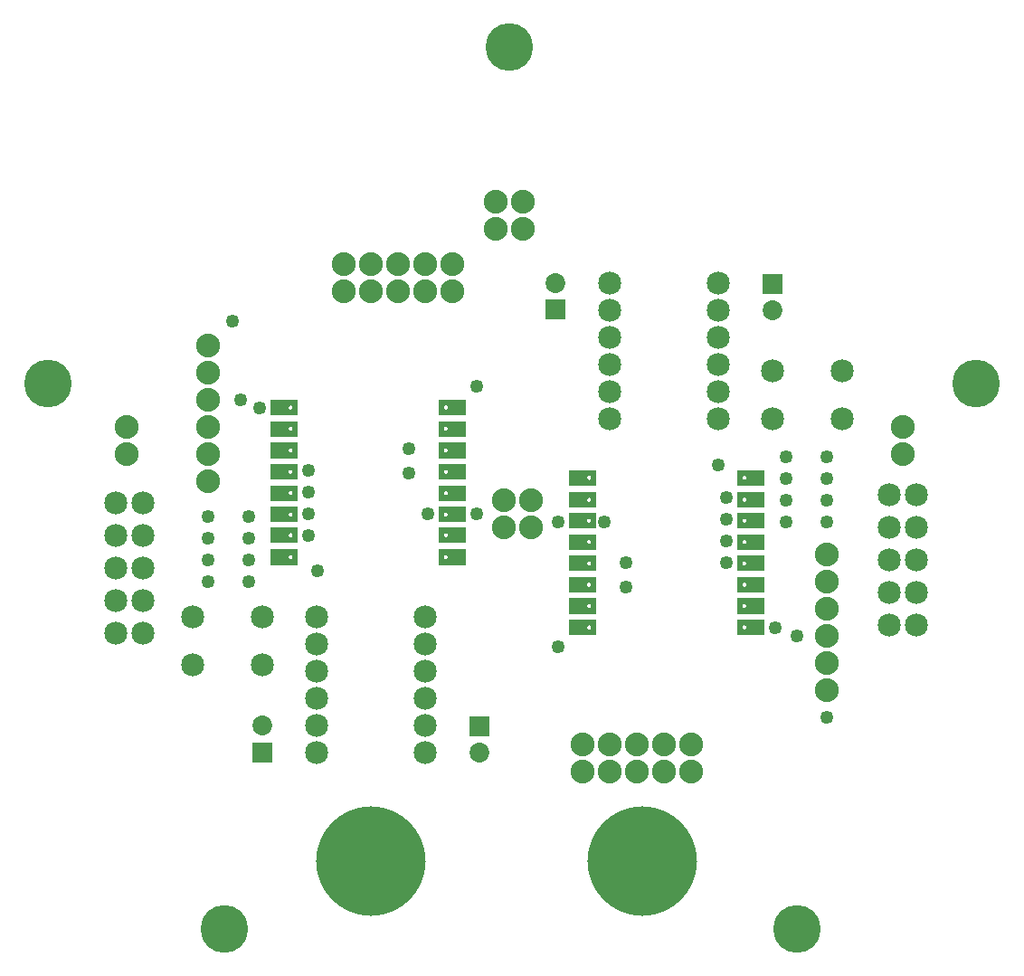
<source format=gts>
G04 MADE WITH FRITZING*
G04 WWW.FRITZING.ORG*
G04 DOUBLE SIDED*
G04 HOLES PLATED*
G04 CONTOUR ON CENTER OF CONTOUR VECTOR*
%ASAXBY*%
%FSLAX23Y23*%
%MOIN*%
%OFA0B0*%
%SFA1.0B1.0*%
%ADD10C,0.049370*%
%ADD11C,0.085000*%
%ADD12C,0.175354*%
%ADD13C,0.072992*%
%ADD14C,0.088000*%
%ADD15C,0.403700*%
%ADD16R,0.072992X0.072992*%
%ADD17R,0.001000X0.001000*%
%LNMASK1*%
G90*
G70*
G54D10*
X2970Y1274D03*
X2890Y1304D03*
X920Y2144D03*
X990Y2114D03*
G54D11*
X3310Y1314D03*
X3410Y1314D03*
X560Y1284D03*
X460Y1284D03*
X560Y1404D03*
X460Y1404D03*
X560Y1764D03*
X460Y1764D03*
X560Y1644D03*
X460Y1644D03*
X560Y1524D03*
X460Y1524D03*
X3310Y1794D03*
X3410Y1794D03*
X3310Y1434D03*
X3410Y1434D03*
X3310Y1554D03*
X3410Y1554D03*
X3310Y1674D03*
X3410Y1674D03*
G54D10*
X950Y1474D03*
X950Y1634D03*
X800Y1714D03*
X950Y1554D03*
X800Y1634D03*
X800Y1554D03*
X950Y1714D03*
X800Y1474D03*
X3080Y1774D03*
X3080Y1854D03*
X3080Y1934D03*
X3080Y1694D03*
X2930Y1934D03*
X2930Y1854D03*
X2930Y1774D03*
X2930Y1694D03*
X2090Y1694D03*
X2090Y1234D03*
X3080Y974D03*
X1790Y1724D03*
X1790Y2194D03*
X890Y2434D03*
X2680Y1904D03*
X1201Y1514D03*
G54D12*
X3630Y2204D03*
X2970Y194D03*
X860Y194D03*
X210Y2204D03*
X1910Y3444D03*
G54D10*
X1170Y1884D03*
X2710Y1784D03*
X1170Y1804D03*
X2710Y1704D03*
X1170Y1724D03*
X2710Y1624D03*
X1170Y1644D03*
X2710Y1544D03*
X1540Y1964D03*
X2340Y1544D03*
X1540Y1874D03*
X2340Y1454D03*
X2260Y1694D03*
X1610Y1724D03*
G54D11*
X2680Y2574D03*
X2280Y2574D03*
X1200Y844D03*
X1600Y844D03*
X2680Y2474D03*
X2280Y2474D03*
X1200Y944D03*
X1600Y944D03*
X2680Y2374D03*
X2280Y2374D03*
X1200Y1044D03*
X1600Y1044D03*
X2680Y2274D03*
X2280Y2274D03*
X1200Y1144D03*
X1600Y1144D03*
X2680Y2174D03*
X2280Y2174D03*
X1200Y1244D03*
X1600Y1244D03*
X2680Y2074D03*
X2280Y2074D03*
X1200Y1344D03*
X1600Y1344D03*
G54D13*
X2880Y2572D03*
X2880Y2474D03*
X1000Y845D03*
X1000Y944D03*
X2080Y2476D03*
X2080Y2574D03*
X1800Y942D03*
X1800Y844D03*
G54D14*
X2180Y774D03*
X2280Y774D03*
X2380Y774D03*
X2480Y774D03*
X2580Y774D03*
X1700Y2644D03*
X1600Y2644D03*
X1500Y2644D03*
X1400Y2644D03*
X1300Y2644D03*
X2180Y874D03*
X2280Y874D03*
X2380Y874D03*
X2480Y874D03*
X2580Y874D03*
X1700Y2544D03*
X1600Y2544D03*
X1500Y2544D03*
X1400Y2544D03*
X1300Y2544D03*
X3080Y1074D03*
X3080Y1174D03*
X3080Y1274D03*
X3080Y1374D03*
X3080Y1474D03*
X3080Y1574D03*
X800Y2344D03*
X800Y2244D03*
X800Y2144D03*
X800Y2044D03*
X800Y1944D03*
X800Y1844D03*
G54D11*
X2880Y2251D03*
X3136Y2251D03*
X2880Y2074D03*
X3136Y2074D03*
X1000Y1167D03*
X744Y1167D03*
X1000Y1344D03*
X744Y1344D03*
G54D15*
X2400Y444D03*
X1400Y444D03*
G54D14*
X1990Y1674D03*
X1990Y1774D03*
X1890Y1674D03*
X1890Y1774D03*
X3360Y1944D03*
X3360Y2044D03*
X500Y2044D03*
X500Y1944D03*
X1860Y2874D03*
X1860Y2774D03*
X1860Y2874D03*
X1860Y2774D03*
X1960Y2774D03*
X1960Y2874D03*
G54D16*
X2880Y2572D03*
X1000Y845D03*
X2080Y2476D03*
X1800Y942D03*
G54D17*
X1030Y2143D02*
X1128Y2143D01*
X1650Y2143D02*
X1748Y2143D01*
X1030Y2142D02*
X1128Y2142D01*
X1650Y2142D02*
X1748Y2142D01*
X1030Y2141D02*
X1128Y2141D01*
X1650Y2141D02*
X1748Y2141D01*
X1030Y2140D02*
X1128Y2140D01*
X1650Y2140D02*
X1748Y2140D01*
X1030Y2139D02*
X1128Y2139D01*
X1650Y2139D02*
X1748Y2139D01*
X1030Y2138D02*
X1128Y2138D01*
X1650Y2138D02*
X1748Y2138D01*
X1030Y2137D02*
X1128Y2137D01*
X1650Y2137D02*
X1748Y2137D01*
X1030Y2136D02*
X1128Y2136D01*
X1650Y2136D02*
X1748Y2136D01*
X1030Y2135D02*
X1128Y2135D01*
X1650Y2135D02*
X1748Y2135D01*
X1030Y2134D02*
X1128Y2134D01*
X1650Y2134D02*
X1748Y2134D01*
X1030Y2133D02*
X1128Y2133D01*
X1650Y2133D02*
X1748Y2133D01*
X1030Y2132D02*
X1128Y2132D01*
X1650Y2132D02*
X1748Y2132D01*
X1030Y2131D02*
X1128Y2131D01*
X1650Y2131D02*
X1748Y2131D01*
X1030Y2130D02*
X1128Y2130D01*
X1650Y2130D02*
X1748Y2130D01*
X1030Y2129D02*
X1128Y2129D01*
X1650Y2129D02*
X1748Y2129D01*
X1030Y2128D02*
X1128Y2128D01*
X1650Y2128D02*
X1748Y2128D01*
X1030Y2127D02*
X1128Y2127D01*
X1650Y2127D02*
X1748Y2127D01*
X1030Y2126D02*
X1128Y2126D01*
X1650Y2126D02*
X1748Y2126D01*
X1030Y2125D02*
X1128Y2125D01*
X1650Y2125D02*
X1748Y2125D01*
X1030Y2124D02*
X1128Y2124D01*
X1650Y2124D02*
X1748Y2124D01*
X1030Y2123D02*
X1128Y2123D01*
X1650Y2123D02*
X1748Y2123D01*
X1030Y2122D02*
X1101Y2122D01*
X1106Y2122D02*
X1128Y2122D01*
X1650Y2122D02*
X1673Y2122D01*
X1678Y2122D02*
X1748Y2122D01*
X1030Y2121D02*
X1099Y2121D01*
X1108Y2121D02*
X1128Y2121D01*
X1650Y2121D02*
X1671Y2121D01*
X1680Y2121D02*
X1748Y2121D01*
X1030Y2120D02*
X1098Y2120D01*
X1109Y2120D02*
X1128Y2120D01*
X1650Y2120D02*
X1670Y2120D01*
X1681Y2120D02*
X1748Y2120D01*
X1030Y2119D02*
X1097Y2119D01*
X1110Y2119D02*
X1128Y2119D01*
X1650Y2119D02*
X1669Y2119D01*
X1682Y2119D02*
X1748Y2119D01*
X1030Y2118D02*
X1096Y2118D01*
X1110Y2118D02*
X1128Y2118D01*
X1650Y2118D02*
X1668Y2118D01*
X1682Y2118D02*
X1748Y2118D01*
X1030Y2117D02*
X1096Y2117D01*
X1111Y2117D02*
X1128Y2117D01*
X1650Y2117D02*
X1668Y2117D01*
X1683Y2117D02*
X1748Y2117D01*
X1030Y2116D02*
X1096Y2116D01*
X1111Y2116D02*
X1128Y2116D01*
X1650Y2116D02*
X1668Y2116D01*
X1683Y2116D02*
X1748Y2116D01*
X1030Y2115D02*
X1096Y2115D01*
X1111Y2115D02*
X1128Y2115D01*
X1650Y2115D02*
X1668Y2115D01*
X1683Y2115D02*
X1748Y2115D01*
X1030Y2114D02*
X1096Y2114D01*
X1111Y2114D02*
X1128Y2114D01*
X1650Y2114D02*
X1668Y2114D01*
X1683Y2114D02*
X1748Y2114D01*
X1030Y2113D02*
X1096Y2113D01*
X1111Y2113D02*
X1128Y2113D01*
X1650Y2113D02*
X1668Y2113D01*
X1683Y2113D02*
X1748Y2113D01*
X1030Y2112D02*
X1096Y2112D01*
X1110Y2112D02*
X1128Y2112D01*
X1650Y2112D02*
X1668Y2112D01*
X1682Y2112D02*
X1748Y2112D01*
X1030Y2111D02*
X1097Y2111D01*
X1110Y2111D02*
X1128Y2111D01*
X1650Y2111D02*
X1669Y2111D01*
X1682Y2111D02*
X1748Y2111D01*
X1030Y2110D02*
X1098Y2110D01*
X1109Y2110D02*
X1128Y2110D01*
X1650Y2110D02*
X1670Y2110D01*
X1681Y2110D02*
X1748Y2110D01*
X1030Y2109D02*
X1099Y2109D01*
X1107Y2109D02*
X1128Y2109D01*
X1650Y2109D02*
X1671Y2109D01*
X1680Y2109D02*
X1748Y2109D01*
X1030Y2108D02*
X1102Y2108D01*
X1105Y2108D02*
X1128Y2108D01*
X1650Y2108D02*
X1674Y2108D01*
X1677Y2108D02*
X1748Y2108D01*
X1030Y2107D02*
X1128Y2107D01*
X1650Y2107D02*
X1748Y2107D01*
X1030Y2106D02*
X1128Y2106D01*
X1650Y2106D02*
X1748Y2106D01*
X1030Y2105D02*
X1128Y2105D01*
X1650Y2105D02*
X1748Y2105D01*
X1030Y2104D02*
X1128Y2104D01*
X1650Y2104D02*
X1748Y2104D01*
X1030Y2103D02*
X1128Y2103D01*
X1650Y2103D02*
X1748Y2103D01*
X1030Y2102D02*
X1128Y2102D01*
X1650Y2102D02*
X1748Y2102D01*
X1030Y2101D02*
X1128Y2101D01*
X1650Y2101D02*
X1748Y2101D01*
X1030Y2100D02*
X1128Y2100D01*
X1650Y2100D02*
X1748Y2100D01*
X1030Y2099D02*
X1128Y2099D01*
X1650Y2099D02*
X1748Y2099D01*
X1030Y2098D02*
X1128Y2098D01*
X1650Y2098D02*
X1748Y2098D01*
X1030Y2097D02*
X1128Y2097D01*
X1650Y2097D02*
X1748Y2097D01*
X1030Y2096D02*
X1128Y2096D01*
X1650Y2096D02*
X1748Y2096D01*
X1030Y2095D02*
X1128Y2095D01*
X1650Y2095D02*
X1748Y2095D01*
X1030Y2094D02*
X1128Y2094D01*
X1650Y2094D02*
X1748Y2094D01*
X1030Y2093D02*
X1128Y2093D01*
X1650Y2093D02*
X1748Y2093D01*
X1030Y2092D02*
X1128Y2092D01*
X1650Y2092D02*
X1748Y2092D01*
X1030Y2091D02*
X1128Y2091D01*
X1650Y2091D02*
X1748Y2091D01*
X1030Y2090D02*
X1128Y2090D01*
X1650Y2090D02*
X1748Y2090D01*
X1030Y2089D02*
X1128Y2089D01*
X1650Y2089D02*
X1748Y2089D01*
X1030Y2088D02*
X1128Y2088D01*
X1650Y2088D02*
X1748Y2088D01*
X1030Y2087D02*
X1128Y2087D01*
X1650Y2087D02*
X1748Y2087D01*
X1030Y2064D02*
X1128Y2064D01*
X1650Y2064D02*
X1748Y2064D01*
X1030Y2063D02*
X1128Y2063D01*
X1650Y2063D02*
X1748Y2063D01*
X1030Y2062D02*
X1128Y2062D01*
X1650Y2062D02*
X1748Y2062D01*
X1030Y2061D02*
X1128Y2061D01*
X1650Y2061D02*
X1748Y2061D01*
X1030Y2060D02*
X1128Y2060D01*
X1650Y2060D02*
X1748Y2060D01*
X1030Y2059D02*
X1128Y2059D01*
X1650Y2059D02*
X1748Y2059D01*
X1030Y2058D02*
X1128Y2058D01*
X1650Y2058D02*
X1748Y2058D01*
X1030Y2057D02*
X1128Y2057D01*
X1650Y2057D02*
X1748Y2057D01*
X1030Y2056D02*
X1128Y2056D01*
X1650Y2056D02*
X1748Y2056D01*
X1030Y2055D02*
X1128Y2055D01*
X1650Y2055D02*
X1748Y2055D01*
X1030Y2054D02*
X1128Y2054D01*
X1650Y2054D02*
X1748Y2054D01*
X1030Y2053D02*
X1128Y2053D01*
X1650Y2053D02*
X1748Y2053D01*
X1030Y2052D02*
X1128Y2052D01*
X1650Y2052D02*
X1748Y2052D01*
X1030Y2051D02*
X1128Y2051D01*
X1650Y2051D02*
X1748Y2051D01*
X1030Y2050D02*
X1128Y2050D01*
X1650Y2050D02*
X1748Y2050D01*
X1030Y2049D02*
X1128Y2049D01*
X1650Y2049D02*
X1748Y2049D01*
X1030Y2048D02*
X1128Y2048D01*
X1650Y2048D02*
X1748Y2048D01*
X1030Y2047D02*
X1128Y2047D01*
X1650Y2047D02*
X1748Y2047D01*
X1030Y2046D02*
X1128Y2046D01*
X1650Y2046D02*
X1748Y2046D01*
X1030Y2045D02*
X1128Y2045D01*
X1650Y2045D02*
X1748Y2045D01*
X1030Y2044D02*
X1128Y2044D01*
X1650Y2044D02*
X1748Y2044D01*
X1030Y2043D02*
X1100Y2043D01*
X1106Y2043D02*
X1128Y2043D01*
X1650Y2043D02*
X1672Y2043D01*
X1678Y2043D02*
X1748Y2043D01*
X1030Y2042D02*
X1098Y2042D01*
X1108Y2042D02*
X1128Y2042D01*
X1650Y2042D02*
X1670Y2042D01*
X1680Y2042D02*
X1748Y2042D01*
X1030Y2041D02*
X1097Y2041D01*
X1109Y2041D02*
X1128Y2041D01*
X1650Y2041D02*
X1669Y2041D01*
X1681Y2041D02*
X1748Y2041D01*
X1030Y2040D02*
X1097Y2040D01*
X1110Y2040D02*
X1128Y2040D01*
X1650Y2040D02*
X1669Y2040D01*
X1682Y2040D02*
X1748Y2040D01*
X1030Y2039D02*
X1096Y2039D01*
X1110Y2039D02*
X1128Y2039D01*
X1650Y2039D02*
X1668Y2039D01*
X1682Y2039D02*
X1748Y2039D01*
X1030Y2038D02*
X1096Y2038D01*
X1111Y2038D02*
X1128Y2038D01*
X1650Y2038D02*
X1668Y2038D01*
X1683Y2038D02*
X1748Y2038D01*
X1030Y2037D02*
X1096Y2037D01*
X1111Y2037D02*
X1128Y2037D01*
X1650Y2037D02*
X1668Y2037D01*
X1683Y2037D02*
X1748Y2037D01*
X1030Y2036D02*
X1096Y2036D01*
X1111Y2036D02*
X1128Y2036D01*
X1650Y2036D02*
X1668Y2036D01*
X1683Y2036D02*
X1748Y2036D01*
X1030Y2035D02*
X1096Y2035D01*
X1111Y2035D02*
X1128Y2035D01*
X1650Y2035D02*
X1668Y2035D01*
X1683Y2035D02*
X1748Y2035D01*
X1030Y2034D02*
X1096Y2034D01*
X1110Y2034D02*
X1128Y2034D01*
X1650Y2034D02*
X1668Y2034D01*
X1683Y2034D02*
X1748Y2034D01*
X1030Y2033D02*
X1096Y2033D01*
X1110Y2033D02*
X1128Y2033D01*
X1650Y2033D02*
X1668Y2033D01*
X1682Y2033D02*
X1748Y2033D01*
X1030Y2032D02*
X1097Y2032D01*
X1109Y2032D02*
X1128Y2032D01*
X1650Y2032D02*
X1669Y2032D01*
X1681Y2032D02*
X1748Y2032D01*
X1030Y2031D02*
X1098Y2031D01*
X1108Y2031D02*
X1128Y2031D01*
X1650Y2031D02*
X1670Y2031D01*
X1680Y2031D02*
X1748Y2031D01*
X1030Y2030D02*
X1099Y2030D01*
X1107Y2030D02*
X1128Y2030D01*
X1650Y2030D02*
X1671Y2030D01*
X1679Y2030D02*
X1748Y2030D01*
X1030Y2029D02*
X1128Y2029D01*
X1650Y2029D02*
X1748Y2029D01*
X1030Y2028D02*
X1128Y2028D01*
X1650Y2028D02*
X1748Y2028D01*
X1030Y2027D02*
X1128Y2027D01*
X1650Y2027D02*
X1748Y2027D01*
X1030Y2026D02*
X1128Y2026D01*
X1650Y2026D02*
X1748Y2026D01*
X1030Y2025D02*
X1128Y2025D01*
X1650Y2025D02*
X1748Y2025D01*
X1030Y2024D02*
X1128Y2024D01*
X1650Y2024D02*
X1748Y2024D01*
X1030Y2023D02*
X1128Y2023D01*
X1650Y2023D02*
X1748Y2023D01*
X1030Y2022D02*
X1128Y2022D01*
X1650Y2022D02*
X1748Y2022D01*
X1030Y2021D02*
X1128Y2021D01*
X1650Y2021D02*
X1748Y2021D01*
X1030Y2020D02*
X1128Y2020D01*
X1650Y2020D02*
X1748Y2020D01*
X1030Y2019D02*
X1128Y2019D01*
X1650Y2019D02*
X1748Y2019D01*
X1030Y2018D02*
X1128Y2018D01*
X1650Y2018D02*
X1748Y2018D01*
X1030Y2017D02*
X1128Y2017D01*
X1650Y2017D02*
X1748Y2017D01*
X1030Y2016D02*
X1128Y2016D01*
X1650Y2016D02*
X1748Y2016D01*
X1030Y2015D02*
X1128Y2015D01*
X1650Y2015D02*
X1748Y2015D01*
X1030Y2014D02*
X1128Y2014D01*
X1650Y2014D02*
X1748Y2014D01*
X1030Y2013D02*
X1128Y2013D01*
X1650Y2013D02*
X1748Y2013D01*
X1030Y2012D02*
X1128Y2012D01*
X1650Y2012D02*
X1748Y2012D01*
X1030Y2011D02*
X1128Y2011D01*
X1650Y2011D02*
X1748Y2011D01*
X1030Y2010D02*
X1128Y2010D01*
X1650Y2010D02*
X1748Y2010D01*
X1030Y2009D02*
X1128Y2009D01*
X1650Y2009D02*
X1748Y2009D01*
X1031Y2008D02*
X1128Y2008D01*
X1651Y2008D02*
X1748Y2008D01*
X1031Y1986D02*
X1128Y1986D01*
X1651Y1986D02*
X1748Y1986D01*
X1031Y1985D02*
X1128Y1985D01*
X1650Y1985D02*
X1748Y1985D01*
X1031Y1984D02*
X1128Y1984D01*
X1650Y1984D02*
X1748Y1984D01*
X1031Y1983D02*
X1128Y1983D01*
X1650Y1983D02*
X1748Y1983D01*
X1031Y1982D02*
X1128Y1982D01*
X1650Y1982D02*
X1748Y1982D01*
X1031Y1981D02*
X1128Y1981D01*
X1650Y1981D02*
X1748Y1981D01*
X1031Y1980D02*
X1128Y1980D01*
X1650Y1980D02*
X1748Y1980D01*
X1031Y1979D02*
X1128Y1979D01*
X1650Y1979D02*
X1748Y1979D01*
X1031Y1978D02*
X1128Y1978D01*
X1650Y1978D02*
X1748Y1978D01*
X1031Y1977D02*
X1128Y1977D01*
X1650Y1977D02*
X1748Y1977D01*
X1031Y1976D02*
X1128Y1976D01*
X1650Y1976D02*
X1748Y1976D01*
X1031Y1975D02*
X1128Y1975D01*
X1650Y1975D02*
X1748Y1975D01*
X1031Y1974D02*
X1128Y1974D01*
X1650Y1974D02*
X1748Y1974D01*
X1031Y1973D02*
X1128Y1973D01*
X1650Y1973D02*
X1748Y1973D01*
X1031Y1972D02*
X1128Y1972D01*
X1650Y1972D02*
X1748Y1972D01*
X1031Y1971D02*
X1128Y1971D01*
X1650Y1971D02*
X1748Y1971D01*
X1031Y1970D02*
X1128Y1970D01*
X1650Y1970D02*
X1748Y1970D01*
X1031Y1969D02*
X1128Y1969D01*
X1650Y1969D02*
X1748Y1969D01*
X1031Y1968D02*
X1128Y1968D01*
X1650Y1968D02*
X1748Y1968D01*
X1031Y1967D02*
X1128Y1967D01*
X1650Y1967D02*
X1748Y1967D01*
X1031Y1966D02*
X1128Y1966D01*
X1650Y1966D02*
X1748Y1966D01*
X1031Y1965D02*
X1128Y1965D01*
X1650Y1965D02*
X1748Y1965D01*
X1031Y1964D02*
X1100Y1964D01*
X1107Y1964D02*
X1128Y1964D01*
X1650Y1964D02*
X1671Y1964D01*
X1679Y1964D02*
X1748Y1964D01*
X1031Y1963D02*
X1098Y1963D01*
X1108Y1963D02*
X1128Y1963D01*
X1650Y1963D02*
X1670Y1963D01*
X1680Y1963D02*
X1748Y1963D01*
X1031Y1962D02*
X1097Y1962D01*
X1109Y1962D02*
X1128Y1962D01*
X1650Y1962D02*
X1669Y1962D01*
X1681Y1962D02*
X1748Y1962D01*
X1031Y1961D02*
X1096Y1961D01*
X1110Y1961D02*
X1128Y1961D01*
X1650Y1961D02*
X1668Y1961D01*
X1682Y1961D02*
X1748Y1961D01*
X1031Y1960D02*
X1096Y1960D01*
X1110Y1960D02*
X1128Y1960D01*
X1650Y1960D02*
X1668Y1960D01*
X1682Y1960D02*
X1748Y1960D01*
X1031Y1959D02*
X1096Y1959D01*
X1111Y1959D02*
X1128Y1959D01*
X1650Y1959D02*
X1668Y1959D01*
X1683Y1959D02*
X1748Y1959D01*
X1031Y1958D02*
X1096Y1958D01*
X1111Y1958D02*
X1128Y1958D01*
X1650Y1958D02*
X1668Y1958D01*
X1683Y1958D02*
X1748Y1958D01*
X1031Y1957D02*
X1096Y1957D01*
X1111Y1957D02*
X1128Y1957D01*
X1650Y1957D02*
X1668Y1957D01*
X1683Y1957D02*
X1748Y1957D01*
X1031Y1956D02*
X1096Y1956D01*
X1111Y1956D02*
X1128Y1956D01*
X1650Y1956D02*
X1668Y1956D01*
X1683Y1956D02*
X1748Y1956D01*
X1031Y1955D02*
X1096Y1955D01*
X1110Y1955D02*
X1128Y1955D01*
X1650Y1955D02*
X1668Y1955D01*
X1682Y1955D02*
X1748Y1955D01*
X1031Y1954D02*
X1096Y1954D01*
X1110Y1954D02*
X1128Y1954D01*
X1650Y1954D02*
X1668Y1954D01*
X1682Y1954D02*
X1748Y1954D01*
X1031Y1953D02*
X1097Y1953D01*
X1109Y1953D02*
X1128Y1953D01*
X1650Y1953D02*
X1669Y1953D01*
X1681Y1953D02*
X1748Y1953D01*
X1031Y1952D02*
X1098Y1952D01*
X1108Y1952D02*
X1128Y1952D01*
X1650Y1952D02*
X1670Y1952D01*
X1680Y1952D02*
X1748Y1952D01*
X1031Y1951D02*
X1100Y1951D01*
X1107Y1951D02*
X1128Y1951D01*
X1650Y1951D02*
X1672Y1951D01*
X1679Y1951D02*
X1748Y1951D01*
X1031Y1950D02*
X1128Y1950D01*
X1650Y1950D02*
X1748Y1950D01*
X1031Y1949D02*
X1128Y1949D01*
X1650Y1949D02*
X1748Y1949D01*
X1031Y1948D02*
X1128Y1948D01*
X1650Y1948D02*
X1748Y1948D01*
X1031Y1947D02*
X1128Y1947D01*
X1650Y1947D02*
X1748Y1947D01*
X1031Y1946D02*
X1128Y1946D01*
X1650Y1946D02*
X1748Y1946D01*
X1031Y1945D02*
X1128Y1945D01*
X1650Y1945D02*
X1748Y1945D01*
X1031Y1944D02*
X1128Y1944D01*
X1650Y1944D02*
X1748Y1944D01*
X1031Y1943D02*
X1128Y1943D01*
X1650Y1943D02*
X1748Y1943D01*
X1031Y1942D02*
X1128Y1942D01*
X1650Y1942D02*
X1748Y1942D01*
X1031Y1941D02*
X1128Y1941D01*
X1650Y1941D02*
X1748Y1941D01*
X1031Y1940D02*
X1128Y1940D01*
X1650Y1940D02*
X1748Y1940D01*
X1031Y1939D02*
X1128Y1939D01*
X1650Y1939D02*
X1748Y1939D01*
X1031Y1938D02*
X1128Y1938D01*
X1650Y1938D02*
X1748Y1938D01*
X1031Y1937D02*
X1128Y1937D01*
X1650Y1937D02*
X1748Y1937D01*
X1031Y1936D02*
X1128Y1936D01*
X1650Y1936D02*
X1748Y1936D01*
X1031Y1935D02*
X1128Y1935D01*
X1650Y1935D02*
X1748Y1935D01*
X1031Y1934D02*
X1128Y1934D01*
X1650Y1934D02*
X1748Y1934D01*
X1031Y1933D02*
X1128Y1933D01*
X1650Y1933D02*
X1748Y1933D01*
X1031Y1932D02*
X1128Y1932D01*
X1650Y1932D02*
X1748Y1932D01*
X1031Y1931D02*
X1128Y1931D01*
X1650Y1931D02*
X1748Y1931D01*
X1031Y1930D02*
X1128Y1930D01*
X1650Y1930D02*
X1748Y1930D01*
X1031Y1929D02*
X1128Y1929D01*
X1651Y1929D02*
X1748Y1929D01*
X1031Y1907D02*
X1128Y1907D01*
X1650Y1907D02*
X1748Y1907D01*
X1031Y1906D02*
X1128Y1906D01*
X1650Y1906D02*
X1748Y1906D01*
X1031Y1905D02*
X1128Y1905D01*
X1650Y1905D02*
X1748Y1905D01*
X1031Y1904D02*
X1128Y1904D01*
X1650Y1904D02*
X1748Y1904D01*
X1031Y1903D02*
X1128Y1903D01*
X1650Y1903D02*
X1748Y1903D01*
X1031Y1902D02*
X1128Y1902D01*
X1650Y1902D02*
X1748Y1902D01*
X1031Y1901D02*
X1128Y1901D01*
X1650Y1901D02*
X1748Y1901D01*
X1031Y1900D02*
X1128Y1900D01*
X1650Y1900D02*
X1748Y1900D01*
X1031Y1899D02*
X1128Y1899D01*
X1650Y1899D02*
X1748Y1899D01*
X1031Y1898D02*
X1128Y1898D01*
X1650Y1898D02*
X1748Y1898D01*
X1031Y1897D02*
X1128Y1897D01*
X1650Y1897D02*
X1748Y1897D01*
X1031Y1896D02*
X1128Y1896D01*
X1650Y1896D02*
X1748Y1896D01*
X1031Y1895D02*
X1128Y1895D01*
X1650Y1895D02*
X1748Y1895D01*
X1031Y1894D02*
X1128Y1894D01*
X1650Y1894D02*
X1748Y1894D01*
X1031Y1893D02*
X1128Y1893D01*
X1650Y1893D02*
X1748Y1893D01*
X1031Y1892D02*
X1128Y1892D01*
X1650Y1892D02*
X1748Y1892D01*
X1031Y1891D02*
X1128Y1891D01*
X1650Y1891D02*
X1748Y1891D01*
X1031Y1890D02*
X1128Y1890D01*
X1650Y1890D02*
X1748Y1890D01*
X1031Y1889D02*
X1128Y1889D01*
X1650Y1889D02*
X1748Y1889D01*
X1031Y1888D02*
X1128Y1888D01*
X1650Y1888D02*
X1748Y1888D01*
X1031Y1887D02*
X1128Y1887D01*
X1650Y1887D02*
X1748Y1887D01*
X1031Y1886D02*
X1128Y1886D01*
X1650Y1886D02*
X1674Y1886D01*
X1677Y1886D02*
X1748Y1886D01*
X1031Y1885D02*
X1099Y1885D01*
X1107Y1885D02*
X1128Y1885D01*
X1650Y1885D02*
X1671Y1885D01*
X1680Y1885D02*
X1748Y1885D01*
X1031Y1884D02*
X1098Y1884D01*
X1109Y1884D02*
X1128Y1884D01*
X1650Y1884D02*
X1670Y1884D01*
X1681Y1884D02*
X1748Y1884D01*
X2130Y1884D02*
X2228Y1884D01*
X2750Y1884D02*
X2848Y1884D01*
X1031Y1883D02*
X1097Y1883D01*
X1110Y1883D02*
X1128Y1883D01*
X1650Y1883D02*
X1669Y1883D01*
X1682Y1883D02*
X1748Y1883D01*
X2130Y1883D02*
X2228Y1883D01*
X2750Y1883D02*
X2848Y1883D01*
X1031Y1882D02*
X1096Y1882D01*
X1110Y1882D02*
X1128Y1882D01*
X1650Y1882D02*
X1668Y1882D01*
X1682Y1882D02*
X1748Y1882D01*
X2130Y1882D02*
X2228Y1882D01*
X2750Y1882D02*
X2848Y1882D01*
X1031Y1881D02*
X1096Y1881D01*
X1111Y1881D02*
X1128Y1881D01*
X1650Y1881D02*
X1668Y1881D01*
X1683Y1881D02*
X1748Y1881D01*
X2130Y1881D02*
X2228Y1881D01*
X2750Y1881D02*
X2848Y1881D01*
X1031Y1880D02*
X1096Y1880D01*
X1111Y1880D02*
X1128Y1880D01*
X1650Y1880D02*
X1668Y1880D01*
X1683Y1880D02*
X1748Y1880D01*
X2130Y1880D02*
X2228Y1880D01*
X2750Y1880D02*
X2848Y1880D01*
X1031Y1879D02*
X1096Y1879D01*
X1111Y1879D02*
X1128Y1879D01*
X1650Y1879D02*
X1668Y1879D01*
X1683Y1879D02*
X1748Y1879D01*
X2130Y1879D02*
X2228Y1879D01*
X2750Y1879D02*
X2848Y1879D01*
X1031Y1878D02*
X1096Y1878D01*
X1111Y1878D02*
X1128Y1878D01*
X1650Y1878D02*
X1668Y1878D01*
X1683Y1878D02*
X1748Y1878D01*
X2130Y1878D02*
X2228Y1878D01*
X2750Y1878D02*
X2848Y1878D01*
X1031Y1877D02*
X1096Y1877D01*
X1111Y1877D02*
X1128Y1877D01*
X1650Y1877D02*
X1668Y1877D01*
X1683Y1877D02*
X1748Y1877D01*
X2130Y1877D02*
X2228Y1877D01*
X2750Y1877D02*
X2848Y1877D01*
X1031Y1876D02*
X1096Y1876D01*
X1110Y1876D02*
X1128Y1876D01*
X1650Y1876D02*
X1668Y1876D01*
X1682Y1876D02*
X1748Y1876D01*
X2130Y1876D02*
X2228Y1876D01*
X2750Y1876D02*
X2848Y1876D01*
X1031Y1875D02*
X1097Y1875D01*
X1110Y1875D02*
X1128Y1875D01*
X1650Y1875D02*
X1669Y1875D01*
X1682Y1875D02*
X1748Y1875D01*
X2130Y1875D02*
X2228Y1875D01*
X2750Y1875D02*
X2848Y1875D01*
X1031Y1874D02*
X1097Y1874D01*
X1109Y1874D02*
X1128Y1874D01*
X1650Y1874D02*
X1670Y1874D01*
X1681Y1874D02*
X1748Y1874D01*
X2130Y1874D02*
X2228Y1874D01*
X2750Y1874D02*
X2848Y1874D01*
X1031Y1873D02*
X1099Y1873D01*
X1108Y1873D02*
X1128Y1873D01*
X1650Y1873D02*
X1671Y1873D01*
X1680Y1873D02*
X1748Y1873D01*
X2130Y1873D02*
X2228Y1873D01*
X2750Y1873D02*
X2848Y1873D01*
X1031Y1872D02*
X1100Y1872D01*
X1106Y1872D02*
X1128Y1872D01*
X1650Y1872D02*
X1673Y1872D01*
X1678Y1872D02*
X1748Y1872D01*
X2130Y1872D02*
X2228Y1872D01*
X2750Y1872D02*
X2848Y1872D01*
X1031Y1871D02*
X1128Y1871D01*
X1650Y1871D02*
X1748Y1871D01*
X2130Y1871D02*
X2228Y1871D01*
X2750Y1871D02*
X2848Y1871D01*
X1031Y1870D02*
X1128Y1870D01*
X1650Y1870D02*
X1748Y1870D01*
X2130Y1870D02*
X2228Y1870D01*
X2750Y1870D02*
X2848Y1870D01*
X1031Y1869D02*
X1128Y1869D01*
X1650Y1869D02*
X1748Y1869D01*
X2130Y1869D02*
X2228Y1869D01*
X2750Y1869D02*
X2848Y1869D01*
X1031Y1868D02*
X1128Y1868D01*
X1650Y1868D02*
X1748Y1868D01*
X2130Y1868D02*
X2228Y1868D01*
X2750Y1868D02*
X2848Y1868D01*
X1031Y1867D02*
X1128Y1867D01*
X1650Y1867D02*
X1748Y1867D01*
X2130Y1867D02*
X2228Y1867D01*
X2750Y1867D02*
X2848Y1867D01*
X1031Y1866D02*
X1128Y1866D01*
X1650Y1866D02*
X1748Y1866D01*
X2130Y1866D02*
X2228Y1866D01*
X2750Y1866D02*
X2848Y1866D01*
X1031Y1865D02*
X1128Y1865D01*
X1650Y1865D02*
X1748Y1865D01*
X2130Y1865D02*
X2228Y1865D01*
X2750Y1865D02*
X2848Y1865D01*
X1031Y1864D02*
X1128Y1864D01*
X1650Y1864D02*
X1748Y1864D01*
X2130Y1864D02*
X2228Y1864D01*
X2750Y1864D02*
X2848Y1864D01*
X1031Y1863D02*
X1128Y1863D01*
X1650Y1863D02*
X1748Y1863D01*
X2130Y1863D02*
X2201Y1863D01*
X2206Y1863D02*
X2228Y1863D01*
X2750Y1863D02*
X2772Y1863D01*
X2778Y1863D02*
X2848Y1863D01*
X1031Y1862D02*
X1128Y1862D01*
X1650Y1862D02*
X1748Y1862D01*
X2130Y1862D02*
X2199Y1862D01*
X2208Y1862D02*
X2228Y1862D01*
X2750Y1862D02*
X2771Y1862D01*
X2780Y1862D02*
X2848Y1862D01*
X1031Y1861D02*
X1128Y1861D01*
X1650Y1861D02*
X1748Y1861D01*
X2130Y1861D02*
X2198Y1861D01*
X2209Y1861D02*
X2228Y1861D01*
X2750Y1861D02*
X2769Y1861D01*
X2781Y1861D02*
X2848Y1861D01*
X1031Y1860D02*
X1128Y1860D01*
X1650Y1860D02*
X1748Y1860D01*
X2130Y1860D02*
X2197Y1860D01*
X2210Y1860D02*
X2228Y1860D01*
X2750Y1860D02*
X2769Y1860D01*
X2782Y1860D02*
X2848Y1860D01*
X1031Y1859D02*
X1128Y1859D01*
X1650Y1859D02*
X1748Y1859D01*
X2130Y1859D02*
X2196Y1859D01*
X2210Y1859D02*
X2228Y1859D01*
X2750Y1859D02*
X2768Y1859D01*
X2782Y1859D02*
X2848Y1859D01*
X1031Y1858D02*
X1128Y1858D01*
X1650Y1858D02*
X1748Y1858D01*
X2130Y1858D02*
X2196Y1858D01*
X2211Y1858D02*
X2228Y1858D01*
X2750Y1858D02*
X2768Y1858D01*
X2783Y1858D02*
X2848Y1858D01*
X1031Y1857D02*
X1128Y1857D01*
X1650Y1857D02*
X1748Y1857D01*
X2130Y1857D02*
X2196Y1857D01*
X2211Y1857D02*
X2228Y1857D01*
X2750Y1857D02*
X2768Y1857D01*
X2783Y1857D02*
X2848Y1857D01*
X1031Y1856D02*
X1128Y1856D01*
X1650Y1856D02*
X1748Y1856D01*
X2130Y1856D02*
X2196Y1856D01*
X2211Y1856D02*
X2228Y1856D01*
X2750Y1856D02*
X2768Y1856D01*
X2783Y1856D02*
X2848Y1856D01*
X1031Y1855D02*
X1128Y1855D01*
X1650Y1855D02*
X1748Y1855D01*
X2130Y1855D02*
X2196Y1855D01*
X2211Y1855D02*
X2228Y1855D01*
X2750Y1855D02*
X2768Y1855D01*
X2783Y1855D02*
X2848Y1855D01*
X1031Y1854D02*
X1128Y1854D01*
X1650Y1854D02*
X1748Y1854D01*
X2130Y1854D02*
X2196Y1854D01*
X2211Y1854D02*
X2228Y1854D01*
X2750Y1854D02*
X2768Y1854D01*
X2783Y1854D02*
X2848Y1854D01*
X1031Y1853D02*
X1128Y1853D01*
X1650Y1853D02*
X1748Y1853D01*
X2130Y1853D02*
X2196Y1853D01*
X2210Y1853D02*
X2228Y1853D01*
X2750Y1853D02*
X2768Y1853D01*
X2782Y1853D02*
X2848Y1853D01*
X1031Y1852D02*
X1128Y1852D01*
X1650Y1852D02*
X1748Y1852D01*
X2130Y1852D02*
X2197Y1852D01*
X2210Y1852D02*
X2228Y1852D01*
X2750Y1852D02*
X2769Y1852D01*
X2782Y1852D02*
X2848Y1852D01*
X1031Y1851D02*
X1128Y1851D01*
X1650Y1851D02*
X1748Y1851D01*
X2130Y1851D02*
X2198Y1851D01*
X2209Y1851D02*
X2228Y1851D01*
X2750Y1851D02*
X2770Y1851D01*
X2781Y1851D02*
X2848Y1851D01*
X2130Y1850D02*
X2199Y1850D01*
X2208Y1850D02*
X2228Y1850D01*
X2750Y1850D02*
X2771Y1850D01*
X2779Y1850D02*
X2848Y1850D01*
X2130Y1849D02*
X2201Y1849D01*
X2205Y1849D02*
X2228Y1849D01*
X2750Y1849D02*
X2848Y1849D01*
X2130Y1848D02*
X2228Y1848D01*
X2750Y1848D02*
X2848Y1848D01*
X2130Y1847D02*
X2228Y1847D01*
X2750Y1847D02*
X2848Y1847D01*
X2130Y1846D02*
X2228Y1846D01*
X2750Y1846D02*
X2848Y1846D01*
X2130Y1845D02*
X2228Y1845D01*
X2750Y1845D02*
X2848Y1845D01*
X2130Y1844D02*
X2228Y1844D01*
X2750Y1844D02*
X2848Y1844D01*
X2130Y1843D02*
X2228Y1843D01*
X2750Y1843D02*
X2848Y1843D01*
X2130Y1842D02*
X2228Y1842D01*
X2750Y1842D02*
X2848Y1842D01*
X2130Y1841D02*
X2228Y1841D01*
X2750Y1841D02*
X2848Y1841D01*
X2130Y1840D02*
X2228Y1840D01*
X2750Y1840D02*
X2848Y1840D01*
X2130Y1839D02*
X2228Y1839D01*
X2750Y1839D02*
X2848Y1839D01*
X2130Y1838D02*
X2228Y1838D01*
X2750Y1838D02*
X2848Y1838D01*
X2130Y1837D02*
X2228Y1837D01*
X2750Y1837D02*
X2848Y1837D01*
X2130Y1836D02*
X2228Y1836D01*
X2750Y1836D02*
X2848Y1836D01*
X2130Y1835D02*
X2228Y1835D01*
X2750Y1835D02*
X2848Y1835D01*
X2130Y1834D02*
X2228Y1834D01*
X2750Y1834D02*
X2848Y1834D01*
X2130Y1833D02*
X2228Y1833D01*
X2750Y1833D02*
X2848Y1833D01*
X2130Y1832D02*
X2228Y1832D01*
X2750Y1832D02*
X2848Y1832D01*
X2130Y1831D02*
X2228Y1831D01*
X2750Y1831D02*
X2848Y1831D01*
X2130Y1830D02*
X2228Y1830D01*
X2750Y1830D02*
X2848Y1830D01*
X2130Y1829D02*
X2228Y1829D01*
X2750Y1829D02*
X2848Y1829D01*
X1031Y1828D02*
X1128Y1828D01*
X1650Y1828D02*
X1748Y1828D01*
X2130Y1828D02*
X2228Y1828D01*
X2750Y1828D02*
X2848Y1828D01*
X1031Y1827D02*
X1128Y1827D01*
X1650Y1827D02*
X1748Y1827D01*
X1031Y1826D02*
X1128Y1826D01*
X1650Y1826D02*
X1748Y1826D01*
X1031Y1825D02*
X1128Y1825D01*
X1650Y1825D02*
X1748Y1825D01*
X1031Y1824D02*
X1128Y1824D01*
X1650Y1824D02*
X1748Y1824D01*
X1031Y1823D02*
X1128Y1823D01*
X1650Y1823D02*
X1748Y1823D01*
X1031Y1822D02*
X1128Y1822D01*
X1650Y1822D02*
X1748Y1822D01*
X1031Y1821D02*
X1128Y1821D01*
X1650Y1821D02*
X1748Y1821D01*
X1031Y1820D02*
X1128Y1820D01*
X1650Y1820D02*
X1748Y1820D01*
X1031Y1819D02*
X1128Y1819D01*
X1650Y1819D02*
X1748Y1819D01*
X1031Y1818D02*
X1128Y1818D01*
X1650Y1818D02*
X1748Y1818D01*
X1031Y1817D02*
X1128Y1817D01*
X1650Y1817D02*
X1748Y1817D01*
X1031Y1816D02*
X1128Y1816D01*
X1650Y1816D02*
X1748Y1816D01*
X1031Y1815D02*
X1128Y1815D01*
X1650Y1815D02*
X1748Y1815D01*
X1031Y1814D02*
X1128Y1814D01*
X1650Y1814D02*
X1748Y1814D01*
X1031Y1813D02*
X1128Y1813D01*
X1650Y1813D02*
X1748Y1813D01*
X1031Y1812D02*
X1128Y1812D01*
X1650Y1812D02*
X1748Y1812D01*
X1031Y1811D02*
X1128Y1811D01*
X1650Y1811D02*
X1748Y1811D01*
X1031Y1810D02*
X1128Y1810D01*
X1650Y1810D02*
X1748Y1810D01*
X1031Y1809D02*
X1128Y1809D01*
X1650Y1809D02*
X1748Y1809D01*
X1031Y1808D02*
X1128Y1808D01*
X1650Y1808D02*
X1748Y1808D01*
X1031Y1807D02*
X1101Y1807D01*
X1106Y1807D02*
X1128Y1807D01*
X1650Y1807D02*
X1672Y1807D01*
X1678Y1807D02*
X1748Y1807D01*
X1031Y1806D02*
X1099Y1806D01*
X1108Y1806D02*
X1128Y1806D01*
X1650Y1806D02*
X1671Y1806D01*
X1680Y1806D02*
X1748Y1806D01*
X1031Y1805D02*
X1098Y1805D01*
X1109Y1805D02*
X1128Y1805D01*
X1650Y1805D02*
X1670Y1805D01*
X1681Y1805D02*
X1748Y1805D01*
X1031Y1804D02*
X1097Y1804D01*
X1110Y1804D02*
X1128Y1804D01*
X1650Y1804D02*
X1669Y1804D01*
X1682Y1804D02*
X1748Y1804D01*
X1031Y1803D02*
X1096Y1803D01*
X1110Y1803D02*
X1128Y1803D01*
X1650Y1803D02*
X1668Y1803D01*
X1682Y1803D02*
X1748Y1803D01*
X2130Y1803D02*
X2228Y1803D01*
X2750Y1803D02*
X2848Y1803D01*
X1031Y1802D02*
X1096Y1802D01*
X1111Y1802D02*
X1128Y1802D01*
X1650Y1802D02*
X1668Y1802D01*
X1683Y1802D02*
X1748Y1802D01*
X2130Y1802D02*
X2228Y1802D01*
X2750Y1802D02*
X2848Y1802D01*
X1031Y1801D02*
X1096Y1801D01*
X1111Y1801D02*
X1128Y1801D01*
X1650Y1801D02*
X1668Y1801D01*
X1683Y1801D02*
X1748Y1801D01*
X2130Y1801D02*
X2228Y1801D01*
X2750Y1801D02*
X2848Y1801D01*
X1031Y1800D02*
X1096Y1800D01*
X1111Y1800D02*
X1128Y1800D01*
X1650Y1800D02*
X1668Y1800D01*
X1683Y1800D02*
X1748Y1800D01*
X2130Y1800D02*
X2228Y1800D01*
X2750Y1800D02*
X2848Y1800D01*
X1031Y1799D02*
X1096Y1799D01*
X1111Y1799D02*
X1128Y1799D01*
X1650Y1799D02*
X1668Y1799D01*
X1683Y1799D02*
X1748Y1799D01*
X2130Y1799D02*
X2228Y1799D01*
X2750Y1799D02*
X2848Y1799D01*
X1031Y1798D02*
X1096Y1798D01*
X1111Y1798D02*
X1128Y1798D01*
X1650Y1798D02*
X1668Y1798D01*
X1683Y1798D02*
X1748Y1798D01*
X2130Y1798D02*
X2228Y1798D01*
X2750Y1798D02*
X2848Y1798D01*
X1031Y1797D02*
X1096Y1797D01*
X1110Y1797D02*
X1128Y1797D01*
X1650Y1797D02*
X1668Y1797D01*
X1682Y1797D02*
X1748Y1797D01*
X2130Y1797D02*
X2228Y1797D01*
X2750Y1797D02*
X2848Y1797D01*
X1031Y1796D02*
X1097Y1796D01*
X1110Y1796D02*
X1128Y1796D01*
X1650Y1796D02*
X1669Y1796D01*
X1682Y1796D02*
X1748Y1796D01*
X2130Y1796D02*
X2228Y1796D01*
X2750Y1796D02*
X2848Y1796D01*
X1031Y1795D02*
X1098Y1795D01*
X1109Y1795D02*
X1128Y1795D01*
X1650Y1795D02*
X1670Y1795D01*
X1681Y1795D02*
X1748Y1795D01*
X2130Y1795D02*
X2228Y1795D01*
X2750Y1795D02*
X2848Y1795D01*
X1031Y1794D02*
X1099Y1794D01*
X1108Y1794D02*
X1128Y1794D01*
X1650Y1794D02*
X1671Y1794D01*
X1679Y1794D02*
X1748Y1794D01*
X2130Y1794D02*
X2228Y1794D01*
X2750Y1794D02*
X2848Y1794D01*
X1031Y1793D02*
X1101Y1793D01*
X1105Y1793D02*
X1128Y1793D01*
X1650Y1793D02*
X1748Y1793D01*
X2130Y1793D02*
X2228Y1793D01*
X2750Y1793D02*
X2848Y1793D01*
X1031Y1792D02*
X1128Y1792D01*
X1650Y1792D02*
X1748Y1792D01*
X2130Y1792D02*
X2228Y1792D01*
X2750Y1792D02*
X2848Y1792D01*
X1031Y1791D02*
X1128Y1791D01*
X1650Y1791D02*
X1748Y1791D01*
X2130Y1791D02*
X2228Y1791D01*
X2750Y1791D02*
X2848Y1791D01*
X1031Y1790D02*
X1128Y1790D01*
X1650Y1790D02*
X1748Y1790D01*
X2130Y1790D02*
X2228Y1790D01*
X2750Y1790D02*
X2848Y1790D01*
X1031Y1789D02*
X1128Y1789D01*
X1650Y1789D02*
X1748Y1789D01*
X2130Y1789D02*
X2228Y1789D01*
X2750Y1789D02*
X2848Y1789D01*
X1031Y1788D02*
X1128Y1788D01*
X1650Y1788D02*
X1748Y1788D01*
X2130Y1788D02*
X2228Y1788D01*
X2750Y1788D02*
X2848Y1788D01*
X1031Y1787D02*
X1128Y1787D01*
X1650Y1787D02*
X1748Y1787D01*
X2130Y1787D02*
X2228Y1787D01*
X2750Y1787D02*
X2848Y1787D01*
X1031Y1786D02*
X1128Y1786D01*
X1650Y1786D02*
X1748Y1786D01*
X2130Y1786D02*
X2228Y1786D01*
X2750Y1786D02*
X2848Y1786D01*
X1031Y1785D02*
X1128Y1785D01*
X1650Y1785D02*
X1748Y1785D01*
X2130Y1785D02*
X2228Y1785D01*
X2750Y1785D02*
X2848Y1785D01*
X1031Y1784D02*
X1128Y1784D01*
X1650Y1784D02*
X1748Y1784D01*
X2130Y1784D02*
X2228Y1784D01*
X2750Y1784D02*
X2848Y1784D01*
X1031Y1783D02*
X1128Y1783D01*
X1650Y1783D02*
X1748Y1783D01*
X2130Y1783D02*
X2228Y1783D01*
X2750Y1783D02*
X2848Y1783D01*
X1031Y1782D02*
X1128Y1782D01*
X1650Y1782D02*
X1748Y1782D01*
X2130Y1782D02*
X2201Y1782D01*
X2206Y1782D02*
X2228Y1782D01*
X2750Y1782D02*
X2773Y1782D01*
X2778Y1782D02*
X2848Y1782D01*
X1031Y1781D02*
X1128Y1781D01*
X1650Y1781D02*
X1748Y1781D01*
X2130Y1781D02*
X2199Y1781D01*
X2208Y1781D02*
X2228Y1781D01*
X2750Y1781D02*
X2771Y1781D01*
X2780Y1781D02*
X2848Y1781D01*
X1031Y1780D02*
X1128Y1780D01*
X1650Y1780D02*
X1748Y1780D01*
X2130Y1780D02*
X2197Y1780D01*
X2209Y1780D02*
X2228Y1780D01*
X2750Y1780D02*
X2770Y1780D01*
X2781Y1780D02*
X2848Y1780D01*
X1031Y1779D02*
X1128Y1779D01*
X1650Y1779D02*
X1748Y1779D01*
X2130Y1779D02*
X2197Y1779D01*
X2210Y1779D02*
X2228Y1779D01*
X2750Y1779D02*
X2769Y1779D01*
X2782Y1779D02*
X2848Y1779D01*
X1031Y1778D02*
X1128Y1778D01*
X1650Y1778D02*
X1748Y1778D01*
X2130Y1778D02*
X2196Y1778D01*
X2210Y1778D02*
X2228Y1778D01*
X2750Y1778D02*
X2768Y1778D01*
X2782Y1778D02*
X2848Y1778D01*
X1031Y1777D02*
X1128Y1777D01*
X1650Y1777D02*
X1748Y1777D01*
X2130Y1777D02*
X2196Y1777D01*
X2211Y1777D02*
X2228Y1777D01*
X2750Y1777D02*
X2768Y1777D01*
X2783Y1777D02*
X2848Y1777D01*
X1031Y1776D02*
X1128Y1776D01*
X1650Y1776D02*
X1748Y1776D01*
X2130Y1776D02*
X2196Y1776D01*
X2211Y1776D02*
X2228Y1776D01*
X2750Y1776D02*
X2768Y1776D01*
X2783Y1776D02*
X2848Y1776D01*
X1031Y1775D02*
X1128Y1775D01*
X1650Y1775D02*
X1748Y1775D01*
X2130Y1775D02*
X2196Y1775D01*
X2211Y1775D02*
X2228Y1775D01*
X2750Y1775D02*
X2768Y1775D01*
X2783Y1775D02*
X2848Y1775D01*
X1031Y1774D02*
X1128Y1774D01*
X1650Y1774D02*
X1748Y1774D01*
X2130Y1774D02*
X2196Y1774D01*
X2211Y1774D02*
X2228Y1774D01*
X2750Y1774D02*
X2768Y1774D01*
X2783Y1774D02*
X2848Y1774D01*
X1031Y1773D02*
X1128Y1773D01*
X1650Y1773D02*
X1748Y1773D01*
X2130Y1773D02*
X2196Y1773D01*
X2211Y1773D02*
X2228Y1773D01*
X2750Y1773D02*
X2768Y1773D01*
X2783Y1773D02*
X2848Y1773D01*
X1031Y1772D02*
X1128Y1772D01*
X1650Y1772D02*
X1748Y1772D01*
X2130Y1772D02*
X2196Y1772D01*
X2210Y1772D02*
X2228Y1772D01*
X2750Y1772D02*
X2768Y1772D01*
X2782Y1772D02*
X2848Y1772D01*
X2130Y1771D02*
X2197Y1771D01*
X2210Y1771D02*
X2228Y1771D01*
X2750Y1771D02*
X2769Y1771D01*
X2782Y1771D02*
X2848Y1771D01*
X2130Y1770D02*
X2198Y1770D01*
X2209Y1770D02*
X2228Y1770D01*
X2750Y1770D02*
X2770Y1770D01*
X2781Y1770D02*
X2848Y1770D01*
X2130Y1769D02*
X2199Y1769D01*
X2207Y1769D02*
X2228Y1769D01*
X2750Y1769D02*
X2771Y1769D01*
X2779Y1769D02*
X2848Y1769D01*
X2130Y1768D02*
X2202Y1768D01*
X2204Y1768D02*
X2228Y1768D01*
X2750Y1768D02*
X2774Y1768D01*
X2776Y1768D02*
X2848Y1768D01*
X2130Y1767D02*
X2228Y1767D01*
X2750Y1767D02*
X2848Y1767D01*
X2130Y1766D02*
X2228Y1766D01*
X2750Y1766D02*
X2848Y1766D01*
X2130Y1765D02*
X2228Y1765D01*
X2750Y1765D02*
X2848Y1765D01*
X2130Y1764D02*
X2228Y1764D01*
X2750Y1764D02*
X2848Y1764D01*
X2130Y1763D02*
X2228Y1763D01*
X2750Y1763D02*
X2848Y1763D01*
X2130Y1762D02*
X2228Y1762D01*
X2750Y1762D02*
X2848Y1762D01*
X2130Y1761D02*
X2228Y1761D01*
X2750Y1761D02*
X2848Y1761D01*
X2130Y1760D02*
X2228Y1760D01*
X2750Y1760D02*
X2848Y1760D01*
X2130Y1759D02*
X2228Y1759D01*
X2750Y1759D02*
X2848Y1759D01*
X2130Y1758D02*
X2228Y1758D01*
X2750Y1758D02*
X2848Y1758D01*
X2130Y1757D02*
X2228Y1757D01*
X2750Y1757D02*
X2848Y1757D01*
X2130Y1756D02*
X2228Y1756D01*
X2750Y1756D02*
X2848Y1756D01*
X2130Y1755D02*
X2228Y1755D01*
X2750Y1755D02*
X2848Y1755D01*
X2130Y1754D02*
X2228Y1754D01*
X2750Y1754D02*
X2848Y1754D01*
X2130Y1753D02*
X2228Y1753D01*
X2750Y1753D02*
X2848Y1753D01*
X2130Y1752D02*
X2228Y1752D01*
X2750Y1752D02*
X2848Y1752D01*
X2130Y1751D02*
X2228Y1751D01*
X2750Y1751D02*
X2848Y1751D01*
X1031Y1750D02*
X1128Y1750D01*
X1651Y1750D02*
X1748Y1750D01*
X2130Y1750D02*
X2228Y1750D01*
X2750Y1750D02*
X2848Y1750D01*
X1030Y1749D02*
X1128Y1749D01*
X1650Y1749D02*
X1748Y1749D01*
X2130Y1749D02*
X2228Y1749D01*
X2750Y1749D02*
X2848Y1749D01*
X1030Y1748D02*
X1128Y1748D01*
X1650Y1748D02*
X1748Y1748D01*
X2130Y1748D02*
X2228Y1748D01*
X2750Y1748D02*
X2848Y1748D01*
X1030Y1747D02*
X1128Y1747D01*
X1650Y1747D02*
X1748Y1747D01*
X2130Y1747D02*
X2228Y1747D01*
X2750Y1747D02*
X2848Y1747D01*
X1030Y1746D02*
X1128Y1746D01*
X1650Y1746D02*
X1748Y1746D01*
X1030Y1745D02*
X1128Y1745D01*
X1650Y1745D02*
X1748Y1745D01*
X1030Y1744D02*
X1128Y1744D01*
X1650Y1744D02*
X1748Y1744D01*
X1030Y1743D02*
X1128Y1743D01*
X1650Y1743D02*
X1748Y1743D01*
X1030Y1742D02*
X1128Y1742D01*
X1650Y1742D02*
X1748Y1742D01*
X1030Y1741D02*
X1128Y1741D01*
X1650Y1741D02*
X1748Y1741D01*
X1030Y1740D02*
X1128Y1740D01*
X1650Y1740D02*
X1748Y1740D01*
X1030Y1739D02*
X1128Y1739D01*
X1650Y1739D02*
X1748Y1739D01*
X1030Y1738D02*
X1128Y1738D01*
X1650Y1738D02*
X1748Y1738D01*
X1030Y1737D02*
X1128Y1737D01*
X1650Y1737D02*
X1748Y1737D01*
X1030Y1736D02*
X1128Y1736D01*
X1650Y1736D02*
X1748Y1736D01*
X1030Y1735D02*
X1128Y1735D01*
X1650Y1735D02*
X1748Y1735D01*
X1030Y1734D02*
X1128Y1734D01*
X1650Y1734D02*
X1748Y1734D01*
X1030Y1733D02*
X1128Y1733D01*
X1650Y1733D02*
X1748Y1733D01*
X1030Y1732D02*
X1128Y1732D01*
X1650Y1732D02*
X1748Y1732D01*
X1030Y1731D02*
X1128Y1731D01*
X1650Y1731D02*
X1748Y1731D01*
X1030Y1730D02*
X1128Y1730D01*
X1650Y1730D02*
X1748Y1730D01*
X1030Y1729D02*
X1128Y1729D01*
X1650Y1729D02*
X1748Y1729D01*
X1030Y1728D02*
X1100Y1728D01*
X1107Y1728D02*
X1128Y1728D01*
X1650Y1728D02*
X1672Y1728D01*
X1679Y1728D02*
X1748Y1728D01*
X1030Y1727D02*
X1098Y1727D01*
X1108Y1727D02*
X1128Y1727D01*
X1650Y1727D02*
X1670Y1727D01*
X1680Y1727D02*
X1748Y1727D01*
X2131Y1727D02*
X2228Y1727D01*
X2751Y1727D02*
X2848Y1727D01*
X1030Y1726D02*
X1097Y1726D01*
X1109Y1726D02*
X1128Y1726D01*
X1650Y1726D02*
X1669Y1726D01*
X1681Y1726D02*
X1748Y1726D01*
X2130Y1726D02*
X2228Y1726D01*
X2750Y1726D02*
X2848Y1726D01*
X1030Y1725D02*
X1096Y1725D01*
X1110Y1725D02*
X1128Y1725D01*
X1650Y1725D02*
X1669Y1725D01*
X1682Y1725D02*
X1748Y1725D01*
X2130Y1725D02*
X2228Y1725D01*
X2750Y1725D02*
X2848Y1725D01*
X1030Y1724D02*
X1096Y1724D01*
X1110Y1724D02*
X1128Y1724D01*
X1650Y1724D02*
X1668Y1724D01*
X1682Y1724D02*
X1748Y1724D01*
X2130Y1724D02*
X2228Y1724D01*
X2750Y1724D02*
X2848Y1724D01*
X1030Y1723D02*
X1096Y1723D01*
X1111Y1723D02*
X1128Y1723D01*
X1650Y1723D02*
X1668Y1723D01*
X1683Y1723D02*
X1748Y1723D01*
X2130Y1723D02*
X2228Y1723D01*
X2750Y1723D02*
X2848Y1723D01*
X1030Y1722D02*
X1096Y1722D01*
X1111Y1722D02*
X1128Y1722D01*
X1650Y1722D02*
X1668Y1722D01*
X1683Y1722D02*
X1748Y1722D01*
X2130Y1722D02*
X2228Y1722D01*
X2750Y1722D02*
X2848Y1722D01*
X1030Y1721D02*
X1096Y1721D01*
X1111Y1721D02*
X1128Y1721D01*
X1650Y1721D02*
X1668Y1721D01*
X1683Y1721D02*
X1748Y1721D01*
X2130Y1721D02*
X2228Y1721D01*
X2750Y1721D02*
X2848Y1721D01*
X1030Y1720D02*
X1096Y1720D01*
X1111Y1720D02*
X1128Y1720D01*
X1650Y1720D02*
X1668Y1720D01*
X1683Y1720D02*
X1748Y1720D01*
X2130Y1720D02*
X2228Y1720D01*
X2750Y1720D02*
X2848Y1720D01*
X1030Y1719D02*
X1096Y1719D01*
X1110Y1719D02*
X1128Y1719D01*
X1650Y1719D02*
X1668Y1719D01*
X1683Y1719D02*
X1748Y1719D01*
X2130Y1719D02*
X2228Y1719D01*
X2750Y1719D02*
X2848Y1719D01*
X1030Y1718D02*
X1096Y1718D01*
X1110Y1718D02*
X1128Y1718D01*
X1650Y1718D02*
X1668Y1718D01*
X1682Y1718D02*
X1748Y1718D01*
X2130Y1718D02*
X2228Y1718D01*
X2750Y1718D02*
X2848Y1718D01*
X1030Y1717D02*
X1097Y1717D01*
X1109Y1717D02*
X1128Y1717D01*
X1650Y1717D02*
X1669Y1717D01*
X1681Y1717D02*
X1748Y1717D01*
X2130Y1717D02*
X2228Y1717D01*
X2750Y1717D02*
X2848Y1717D01*
X1030Y1716D02*
X1098Y1716D01*
X1108Y1716D02*
X1128Y1716D01*
X1650Y1716D02*
X1670Y1716D01*
X1680Y1716D02*
X1748Y1716D01*
X2130Y1716D02*
X2228Y1716D01*
X2750Y1716D02*
X2848Y1716D01*
X1030Y1715D02*
X1099Y1715D01*
X1107Y1715D02*
X1128Y1715D01*
X1650Y1715D02*
X1671Y1715D01*
X1679Y1715D02*
X1748Y1715D01*
X2130Y1715D02*
X2228Y1715D01*
X2750Y1715D02*
X2848Y1715D01*
X1030Y1714D02*
X1128Y1714D01*
X1650Y1714D02*
X1748Y1714D01*
X2130Y1714D02*
X2228Y1714D01*
X2750Y1714D02*
X2848Y1714D01*
X1030Y1713D02*
X1128Y1713D01*
X1650Y1713D02*
X1748Y1713D01*
X2130Y1713D02*
X2228Y1713D01*
X2750Y1713D02*
X2848Y1713D01*
X1030Y1712D02*
X1128Y1712D01*
X1650Y1712D02*
X1748Y1712D01*
X2130Y1712D02*
X2228Y1712D01*
X2750Y1712D02*
X2848Y1712D01*
X1030Y1711D02*
X1128Y1711D01*
X1650Y1711D02*
X1748Y1711D01*
X2130Y1711D02*
X2228Y1711D01*
X2750Y1711D02*
X2848Y1711D01*
X1030Y1710D02*
X1128Y1710D01*
X1650Y1710D02*
X1748Y1710D01*
X2130Y1710D02*
X2228Y1710D01*
X2750Y1710D02*
X2848Y1710D01*
X1030Y1709D02*
X1128Y1709D01*
X1650Y1709D02*
X1748Y1709D01*
X2130Y1709D02*
X2228Y1709D01*
X2750Y1709D02*
X2848Y1709D01*
X1030Y1708D02*
X1128Y1708D01*
X1650Y1708D02*
X1748Y1708D01*
X2130Y1708D02*
X2228Y1708D01*
X2750Y1708D02*
X2848Y1708D01*
X1030Y1707D02*
X1128Y1707D01*
X1650Y1707D02*
X1748Y1707D01*
X2130Y1707D02*
X2228Y1707D01*
X2750Y1707D02*
X2848Y1707D01*
X1030Y1706D02*
X1128Y1706D01*
X1650Y1706D02*
X1748Y1706D01*
X2130Y1706D02*
X2228Y1706D01*
X2750Y1706D02*
X2848Y1706D01*
X1030Y1705D02*
X1128Y1705D01*
X1650Y1705D02*
X1748Y1705D01*
X2130Y1705D02*
X2199Y1705D01*
X2207Y1705D02*
X2228Y1705D01*
X2750Y1705D02*
X2771Y1705D01*
X2779Y1705D02*
X2848Y1705D01*
X1030Y1704D02*
X1128Y1704D01*
X1650Y1704D02*
X1748Y1704D01*
X2130Y1704D02*
X2198Y1704D01*
X2208Y1704D02*
X2228Y1704D01*
X2750Y1704D02*
X2770Y1704D01*
X2780Y1704D02*
X2848Y1704D01*
X1030Y1703D02*
X1128Y1703D01*
X1650Y1703D02*
X1748Y1703D01*
X2130Y1703D02*
X2197Y1703D01*
X2209Y1703D02*
X2228Y1703D01*
X2750Y1703D02*
X2769Y1703D01*
X2781Y1703D02*
X2848Y1703D01*
X1030Y1702D02*
X1128Y1702D01*
X1650Y1702D02*
X1748Y1702D01*
X2130Y1702D02*
X2196Y1702D01*
X2210Y1702D02*
X2228Y1702D01*
X2750Y1702D02*
X2768Y1702D01*
X2782Y1702D02*
X2848Y1702D01*
X1030Y1701D02*
X1128Y1701D01*
X1650Y1701D02*
X1748Y1701D01*
X2130Y1701D02*
X2196Y1701D01*
X2210Y1701D02*
X2228Y1701D01*
X2750Y1701D02*
X2768Y1701D01*
X2783Y1701D02*
X2848Y1701D01*
X1030Y1700D02*
X1128Y1700D01*
X1650Y1700D02*
X1748Y1700D01*
X2130Y1700D02*
X2196Y1700D01*
X2211Y1700D02*
X2228Y1700D01*
X2750Y1700D02*
X2768Y1700D01*
X2783Y1700D02*
X2848Y1700D01*
X1030Y1699D02*
X1128Y1699D01*
X1650Y1699D02*
X1748Y1699D01*
X2130Y1699D02*
X2196Y1699D01*
X2211Y1699D02*
X2228Y1699D01*
X2750Y1699D02*
X2768Y1699D01*
X2783Y1699D02*
X2848Y1699D01*
X1030Y1698D02*
X1128Y1698D01*
X1650Y1698D02*
X1748Y1698D01*
X2130Y1698D02*
X2196Y1698D01*
X2211Y1698D02*
X2228Y1698D01*
X2750Y1698D02*
X2768Y1698D01*
X2783Y1698D02*
X2848Y1698D01*
X1030Y1697D02*
X1128Y1697D01*
X1650Y1697D02*
X1748Y1697D01*
X2130Y1697D02*
X2196Y1697D01*
X2211Y1697D02*
X2228Y1697D01*
X2750Y1697D02*
X2768Y1697D01*
X2783Y1697D02*
X2848Y1697D01*
X1030Y1696D02*
X1128Y1696D01*
X1650Y1696D02*
X1748Y1696D01*
X2130Y1696D02*
X2196Y1696D01*
X2210Y1696D02*
X2228Y1696D01*
X2750Y1696D02*
X2768Y1696D01*
X2782Y1696D02*
X2848Y1696D01*
X1030Y1695D02*
X1128Y1695D01*
X1650Y1695D02*
X1748Y1695D01*
X2130Y1695D02*
X2197Y1695D01*
X2210Y1695D02*
X2228Y1695D01*
X2750Y1695D02*
X2769Y1695D01*
X2782Y1695D02*
X2848Y1695D01*
X1030Y1694D02*
X1128Y1694D01*
X1650Y1694D02*
X1748Y1694D01*
X2130Y1694D02*
X2197Y1694D01*
X2209Y1694D02*
X2228Y1694D01*
X2750Y1694D02*
X2769Y1694D01*
X2781Y1694D02*
X2848Y1694D01*
X1031Y1693D02*
X1128Y1693D01*
X1651Y1693D02*
X1748Y1693D01*
X2130Y1693D02*
X2198Y1693D01*
X2208Y1693D02*
X2228Y1693D01*
X2750Y1693D02*
X2770Y1693D01*
X2780Y1693D02*
X2848Y1693D01*
X2130Y1692D02*
X2200Y1692D01*
X2206Y1692D02*
X2228Y1692D01*
X2750Y1692D02*
X2772Y1692D01*
X2779Y1692D02*
X2848Y1692D01*
X2130Y1691D02*
X2228Y1691D01*
X2750Y1691D02*
X2848Y1691D01*
X2130Y1690D02*
X2228Y1690D01*
X2750Y1690D02*
X2848Y1690D01*
X2130Y1689D02*
X2228Y1689D01*
X2750Y1689D02*
X2848Y1689D01*
X2130Y1688D02*
X2228Y1688D01*
X2750Y1688D02*
X2848Y1688D01*
X2130Y1687D02*
X2228Y1687D01*
X2750Y1687D02*
X2848Y1687D01*
X2130Y1686D02*
X2228Y1686D01*
X2750Y1686D02*
X2848Y1686D01*
X2130Y1685D02*
X2228Y1685D01*
X2750Y1685D02*
X2848Y1685D01*
X2130Y1684D02*
X2228Y1684D01*
X2750Y1684D02*
X2848Y1684D01*
X2130Y1683D02*
X2228Y1683D01*
X2750Y1683D02*
X2848Y1683D01*
X2130Y1682D02*
X2228Y1682D01*
X2750Y1682D02*
X2848Y1682D01*
X2130Y1681D02*
X2228Y1681D01*
X2750Y1681D02*
X2848Y1681D01*
X2130Y1680D02*
X2228Y1680D01*
X2750Y1680D02*
X2848Y1680D01*
X2130Y1679D02*
X2228Y1679D01*
X2750Y1679D02*
X2848Y1679D01*
X2130Y1678D02*
X2228Y1678D01*
X2750Y1678D02*
X2848Y1678D01*
X2130Y1677D02*
X2228Y1677D01*
X2750Y1677D02*
X2848Y1677D01*
X2130Y1676D02*
X2228Y1676D01*
X2750Y1676D02*
X2848Y1676D01*
X2130Y1675D02*
X2228Y1675D01*
X2750Y1675D02*
X2848Y1675D01*
X2130Y1674D02*
X2228Y1674D01*
X2750Y1674D02*
X2848Y1674D01*
X1030Y1673D02*
X1128Y1673D01*
X1650Y1673D02*
X1748Y1673D01*
X2130Y1673D02*
X2228Y1673D01*
X2750Y1673D02*
X2848Y1673D01*
X1030Y1672D02*
X1128Y1672D01*
X1650Y1672D02*
X1748Y1672D01*
X2130Y1672D02*
X2228Y1672D01*
X2750Y1672D02*
X2848Y1672D01*
X1030Y1671D02*
X1128Y1671D01*
X1650Y1671D02*
X1748Y1671D01*
X2130Y1671D02*
X2228Y1671D01*
X2750Y1671D02*
X2848Y1671D01*
X1030Y1670D02*
X1128Y1670D01*
X1650Y1670D02*
X1748Y1670D01*
X1030Y1669D02*
X1128Y1669D01*
X1650Y1669D02*
X1748Y1669D01*
X1030Y1668D02*
X1128Y1668D01*
X1650Y1668D02*
X1748Y1668D01*
X1030Y1667D02*
X1128Y1667D01*
X1650Y1667D02*
X1748Y1667D01*
X1030Y1666D02*
X1128Y1666D01*
X1650Y1666D02*
X1748Y1666D01*
X1030Y1665D02*
X1128Y1665D01*
X1650Y1665D02*
X1748Y1665D01*
X1030Y1664D02*
X1128Y1664D01*
X1650Y1664D02*
X1748Y1664D01*
X1030Y1663D02*
X1128Y1663D01*
X1650Y1663D02*
X1748Y1663D01*
X1030Y1662D02*
X1128Y1662D01*
X1650Y1662D02*
X1748Y1662D01*
X1030Y1661D02*
X1128Y1661D01*
X1650Y1661D02*
X1748Y1661D01*
X1030Y1660D02*
X1128Y1660D01*
X1650Y1660D02*
X1748Y1660D01*
X1030Y1659D02*
X1128Y1659D01*
X1650Y1659D02*
X1748Y1659D01*
X1030Y1658D02*
X1128Y1658D01*
X1650Y1658D02*
X1748Y1658D01*
X1030Y1657D02*
X1128Y1657D01*
X1650Y1657D02*
X1748Y1657D01*
X1030Y1656D02*
X1128Y1656D01*
X1650Y1656D02*
X1748Y1656D01*
X1030Y1655D02*
X1128Y1655D01*
X1650Y1655D02*
X1748Y1655D01*
X1030Y1654D02*
X1128Y1654D01*
X1650Y1654D02*
X1748Y1654D01*
X1030Y1653D02*
X1128Y1653D01*
X1650Y1653D02*
X1748Y1653D01*
X1030Y1652D02*
X1101Y1652D01*
X1105Y1652D02*
X1128Y1652D01*
X1650Y1652D02*
X1674Y1652D01*
X1677Y1652D02*
X1748Y1652D01*
X1030Y1651D02*
X1099Y1651D01*
X1107Y1651D02*
X1128Y1651D01*
X1650Y1651D02*
X1671Y1651D01*
X1680Y1651D02*
X1748Y1651D01*
X1030Y1650D02*
X1098Y1650D01*
X1109Y1650D02*
X1128Y1650D01*
X1650Y1650D02*
X1670Y1650D01*
X1681Y1650D02*
X1748Y1650D01*
X1030Y1649D02*
X1097Y1649D01*
X1110Y1649D02*
X1128Y1649D01*
X1650Y1649D02*
X1669Y1649D01*
X1682Y1649D02*
X1748Y1649D01*
X1030Y1648D02*
X1096Y1648D01*
X1110Y1648D02*
X1128Y1648D01*
X1650Y1648D02*
X1668Y1648D01*
X1682Y1648D02*
X1748Y1648D01*
X2130Y1648D02*
X2228Y1648D01*
X2750Y1648D02*
X2848Y1648D01*
X1030Y1647D02*
X1096Y1647D01*
X1111Y1647D02*
X1128Y1647D01*
X1650Y1647D02*
X1668Y1647D01*
X1683Y1647D02*
X1748Y1647D01*
X2130Y1647D02*
X2228Y1647D01*
X2750Y1647D02*
X2848Y1647D01*
X1030Y1646D02*
X1096Y1646D01*
X1111Y1646D02*
X1128Y1646D01*
X1650Y1646D02*
X1668Y1646D01*
X1683Y1646D02*
X1748Y1646D01*
X2130Y1646D02*
X2228Y1646D01*
X2750Y1646D02*
X2848Y1646D01*
X1030Y1645D02*
X1096Y1645D01*
X1111Y1645D02*
X1128Y1645D01*
X1650Y1645D02*
X1668Y1645D01*
X1683Y1645D02*
X1748Y1645D01*
X2130Y1645D02*
X2228Y1645D01*
X2750Y1645D02*
X2848Y1645D01*
X1030Y1644D02*
X1096Y1644D01*
X1111Y1644D02*
X1128Y1644D01*
X1650Y1644D02*
X1668Y1644D01*
X1683Y1644D02*
X1748Y1644D01*
X2130Y1644D02*
X2228Y1644D01*
X2750Y1644D02*
X2848Y1644D01*
X1030Y1643D02*
X1096Y1643D01*
X1111Y1643D02*
X1128Y1643D01*
X1650Y1643D02*
X1668Y1643D01*
X1683Y1643D02*
X1748Y1643D01*
X2130Y1643D02*
X2228Y1643D01*
X2750Y1643D02*
X2848Y1643D01*
X1030Y1642D02*
X1096Y1642D01*
X1110Y1642D02*
X1128Y1642D01*
X1650Y1642D02*
X1668Y1642D01*
X1682Y1642D02*
X1748Y1642D01*
X2130Y1642D02*
X2228Y1642D01*
X2750Y1642D02*
X2848Y1642D01*
X1030Y1641D02*
X1097Y1641D01*
X1110Y1641D02*
X1128Y1641D01*
X1650Y1641D02*
X1669Y1641D01*
X1682Y1641D02*
X1748Y1641D01*
X2130Y1641D02*
X2228Y1641D01*
X2750Y1641D02*
X2848Y1641D01*
X1030Y1640D02*
X1098Y1640D01*
X1109Y1640D02*
X1128Y1640D01*
X1650Y1640D02*
X1670Y1640D01*
X1681Y1640D02*
X1748Y1640D01*
X2130Y1640D02*
X2228Y1640D01*
X2750Y1640D02*
X2848Y1640D01*
X1030Y1639D02*
X1099Y1639D01*
X1108Y1639D02*
X1128Y1639D01*
X1650Y1639D02*
X1671Y1639D01*
X1680Y1639D02*
X1748Y1639D01*
X2130Y1639D02*
X2228Y1639D01*
X2750Y1639D02*
X2848Y1639D01*
X1030Y1638D02*
X1101Y1638D01*
X1106Y1638D02*
X1128Y1638D01*
X1650Y1638D02*
X1673Y1638D01*
X1678Y1638D02*
X1748Y1638D01*
X2130Y1638D02*
X2228Y1638D01*
X2750Y1638D02*
X2848Y1638D01*
X1030Y1637D02*
X1128Y1637D01*
X1650Y1637D02*
X1748Y1637D01*
X2130Y1637D02*
X2228Y1637D01*
X2750Y1637D02*
X2848Y1637D01*
X1030Y1636D02*
X1128Y1636D01*
X1650Y1636D02*
X1748Y1636D01*
X2130Y1636D02*
X2228Y1636D01*
X2750Y1636D02*
X2848Y1636D01*
X1030Y1635D02*
X1128Y1635D01*
X1650Y1635D02*
X1748Y1635D01*
X2130Y1635D02*
X2228Y1635D01*
X2750Y1635D02*
X2848Y1635D01*
X1030Y1634D02*
X1128Y1634D01*
X1650Y1634D02*
X1748Y1634D01*
X2130Y1634D02*
X2228Y1634D01*
X2750Y1634D02*
X2848Y1634D01*
X1030Y1633D02*
X1128Y1633D01*
X1650Y1633D02*
X1748Y1633D01*
X2130Y1633D02*
X2228Y1633D01*
X2750Y1633D02*
X2848Y1633D01*
X1030Y1632D02*
X1128Y1632D01*
X1650Y1632D02*
X1748Y1632D01*
X2130Y1632D02*
X2228Y1632D01*
X2750Y1632D02*
X2848Y1632D01*
X1030Y1631D02*
X1128Y1631D01*
X1650Y1631D02*
X1748Y1631D01*
X2130Y1631D02*
X2228Y1631D01*
X2750Y1631D02*
X2848Y1631D01*
X1030Y1630D02*
X1128Y1630D01*
X1650Y1630D02*
X1748Y1630D01*
X2130Y1630D02*
X2228Y1630D01*
X2750Y1630D02*
X2848Y1630D01*
X1030Y1629D02*
X1128Y1629D01*
X1650Y1629D02*
X1748Y1629D01*
X2130Y1629D02*
X2228Y1629D01*
X2750Y1629D02*
X2848Y1629D01*
X1030Y1628D02*
X1128Y1628D01*
X1650Y1628D02*
X1748Y1628D01*
X2130Y1628D02*
X2228Y1628D01*
X2750Y1628D02*
X2848Y1628D01*
X1030Y1627D02*
X1128Y1627D01*
X1650Y1627D02*
X1748Y1627D01*
X2130Y1627D02*
X2202Y1627D01*
X2205Y1627D02*
X2228Y1627D01*
X2750Y1627D02*
X2773Y1627D01*
X2777Y1627D02*
X2848Y1627D01*
X1030Y1626D02*
X1128Y1626D01*
X1650Y1626D02*
X1748Y1626D01*
X2130Y1626D02*
X2199Y1626D01*
X2207Y1626D02*
X2228Y1626D01*
X2750Y1626D02*
X2771Y1626D01*
X2780Y1626D02*
X2848Y1626D01*
X1030Y1625D02*
X1128Y1625D01*
X1650Y1625D02*
X1748Y1625D01*
X2130Y1625D02*
X2198Y1625D01*
X2209Y1625D02*
X2228Y1625D01*
X2750Y1625D02*
X2770Y1625D01*
X2781Y1625D02*
X2848Y1625D01*
X1030Y1624D02*
X1128Y1624D01*
X1650Y1624D02*
X1748Y1624D01*
X2130Y1624D02*
X2197Y1624D01*
X2210Y1624D02*
X2228Y1624D01*
X2750Y1624D02*
X2769Y1624D01*
X2782Y1624D02*
X2848Y1624D01*
X1030Y1623D02*
X1128Y1623D01*
X1650Y1623D02*
X1748Y1623D01*
X2130Y1623D02*
X2196Y1623D01*
X2210Y1623D02*
X2228Y1623D01*
X2750Y1623D02*
X2768Y1623D01*
X2782Y1623D02*
X2848Y1623D01*
X1030Y1622D02*
X1128Y1622D01*
X1650Y1622D02*
X1748Y1622D01*
X2130Y1622D02*
X2196Y1622D01*
X2211Y1622D02*
X2228Y1622D01*
X2750Y1622D02*
X2768Y1622D01*
X2783Y1622D02*
X2848Y1622D01*
X1030Y1621D02*
X1128Y1621D01*
X1650Y1621D02*
X1748Y1621D01*
X2130Y1621D02*
X2196Y1621D01*
X2211Y1621D02*
X2228Y1621D01*
X2750Y1621D02*
X2768Y1621D01*
X2783Y1621D02*
X2848Y1621D01*
X1030Y1620D02*
X1128Y1620D01*
X1650Y1620D02*
X1748Y1620D01*
X2130Y1620D02*
X2196Y1620D01*
X2211Y1620D02*
X2228Y1620D01*
X2750Y1620D02*
X2768Y1620D01*
X2783Y1620D02*
X2848Y1620D01*
X1030Y1619D02*
X1128Y1619D01*
X1650Y1619D02*
X1748Y1619D01*
X2130Y1619D02*
X2196Y1619D01*
X2211Y1619D02*
X2228Y1619D01*
X2750Y1619D02*
X2768Y1619D01*
X2783Y1619D02*
X2848Y1619D01*
X1030Y1618D02*
X1128Y1618D01*
X1650Y1618D02*
X1748Y1618D01*
X2130Y1618D02*
X2196Y1618D01*
X2211Y1618D02*
X2228Y1618D01*
X2750Y1618D02*
X2768Y1618D01*
X2783Y1618D02*
X2848Y1618D01*
X1030Y1617D02*
X1128Y1617D01*
X1650Y1617D02*
X1748Y1617D01*
X2130Y1617D02*
X2196Y1617D01*
X2210Y1617D02*
X2228Y1617D01*
X2750Y1617D02*
X2768Y1617D01*
X2782Y1617D02*
X2848Y1617D01*
X2130Y1616D02*
X2197Y1616D01*
X2210Y1616D02*
X2228Y1616D01*
X2750Y1616D02*
X2769Y1616D01*
X2782Y1616D02*
X2848Y1616D01*
X2130Y1615D02*
X2198Y1615D01*
X2209Y1615D02*
X2228Y1615D01*
X2750Y1615D02*
X2770Y1615D01*
X2781Y1615D02*
X2848Y1615D01*
X2130Y1614D02*
X2199Y1614D01*
X2208Y1614D02*
X2228Y1614D01*
X2750Y1614D02*
X2771Y1614D01*
X2780Y1614D02*
X2848Y1614D01*
X2130Y1613D02*
X2201Y1613D01*
X2206Y1613D02*
X2228Y1613D01*
X2750Y1613D02*
X2773Y1613D01*
X2777Y1613D02*
X2848Y1613D01*
X2130Y1612D02*
X2228Y1612D01*
X2750Y1612D02*
X2848Y1612D01*
X2130Y1611D02*
X2228Y1611D01*
X2750Y1611D02*
X2848Y1611D01*
X2130Y1610D02*
X2228Y1610D01*
X2750Y1610D02*
X2848Y1610D01*
X2130Y1609D02*
X2228Y1609D01*
X2750Y1609D02*
X2848Y1609D01*
X2130Y1608D02*
X2228Y1608D01*
X2750Y1608D02*
X2848Y1608D01*
X2130Y1607D02*
X2228Y1607D01*
X2750Y1607D02*
X2848Y1607D01*
X2130Y1606D02*
X2228Y1606D01*
X2750Y1606D02*
X2848Y1606D01*
X2130Y1605D02*
X2228Y1605D01*
X2750Y1605D02*
X2848Y1605D01*
X2130Y1604D02*
X2228Y1604D01*
X2750Y1604D02*
X2848Y1604D01*
X2130Y1603D02*
X2228Y1603D01*
X2750Y1603D02*
X2848Y1603D01*
X2130Y1602D02*
X2228Y1602D01*
X2750Y1602D02*
X2848Y1602D01*
X2130Y1601D02*
X2228Y1601D01*
X2750Y1601D02*
X2848Y1601D01*
X2130Y1600D02*
X2228Y1600D01*
X2750Y1600D02*
X2848Y1600D01*
X2130Y1599D02*
X2228Y1599D01*
X2750Y1599D02*
X2848Y1599D01*
X2130Y1598D02*
X2228Y1598D01*
X2750Y1598D02*
X2848Y1598D01*
X2130Y1597D02*
X2228Y1597D01*
X2750Y1597D02*
X2848Y1597D01*
X2130Y1596D02*
X2228Y1596D01*
X2750Y1596D02*
X2848Y1596D01*
X2130Y1595D02*
X2228Y1595D01*
X2750Y1595D02*
X2848Y1595D01*
X2130Y1594D02*
X2228Y1594D01*
X2750Y1594D02*
X2848Y1594D01*
X2130Y1593D02*
X2228Y1593D01*
X2750Y1593D02*
X2848Y1593D01*
X1031Y1592D02*
X1128Y1592D01*
X1650Y1592D02*
X1748Y1592D01*
X2130Y1592D02*
X2228Y1592D01*
X2750Y1592D02*
X2848Y1592D01*
X1031Y1591D02*
X1128Y1591D01*
X1650Y1591D02*
X1748Y1591D01*
X1031Y1590D02*
X1128Y1590D01*
X1650Y1590D02*
X1748Y1590D01*
X1031Y1589D02*
X1128Y1589D01*
X1650Y1589D02*
X1748Y1589D01*
X1031Y1588D02*
X1128Y1588D01*
X1650Y1588D02*
X1748Y1588D01*
X1031Y1587D02*
X1128Y1587D01*
X1650Y1587D02*
X1748Y1587D01*
X1031Y1586D02*
X1128Y1586D01*
X1650Y1586D02*
X1748Y1586D01*
X1031Y1585D02*
X1128Y1585D01*
X1650Y1585D02*
X1748Y1585D01*
X1031Y1584D02*
X1128Y1584D01*
X1650Y1584D02*
X1748Y1584D01*
X1031Y1583D02*
X1128Y1583D01*
X1650Y1583D02*
X1748Y1583D01*
X1031Y1582D02*
X1128Y1582D01*
X1650Y1582D02*
X1748Y1582D01*
X1031Y1581D02*
X1128Y1581D01*
X1650Y1581D02*
X1748Y1581D01*
X1031Y1580D02*
X1128Y1580D01*
X1650Y1580D02*
X1748Y1580D01*
X1031Y1579D02*
X1128Y1579D01*
X1650Y1579D02*
X1748Y1579D01*
X1031Y1578D02*
X1128Y1578D01*
X1650Y1578D02*
X1748Y1578D01*
X1031Y1577D02*
X1128Y1577D01*
X1650Y1577D02*
X1748Y1577D01*
X1031Y1576D02*
X1128Y1576D01*
X1650Y1576D02*
X1748Y1576D01*
X1031Y1575D02*
X1128Y1575D01*
X1650Y1575D02*
X1748Y1575D01*
X1031Y1574D02*
X1128Y1574D01*
X1650Y1574D02*
X1748Y1574D01*
X1031Y1573D02*
X1128Y1573D01*
X1650Y1573D02*
X1748Y1573D01*
X1031Y1572D02*
X1128Y1572D01*
X1650Y1572D02*
X1748Y1572D01*
X1031Y1571D02*
X1102Y1571D01*
X1104Y1571D02*
X1128Y1571D01*
X1650Y1571D02*
X1673Y1571D01*
X1677Y1571D02*
X1748Y1571D01*
X1031Y1570D02*
X1099Y1570D01*
X1107Y1570D02*
X1128Y1570D01*
X1650Y1570D02*
X1671Y1570D01*
X1680Y1570D02*
X1748Y1570D01*
X1031Y1569D02*
X1098Y1569D01*
X1109Y1569D02*
X1128Y1569D01*
X1650Y1569D02*
X1670Y1569D01*
X1681Y1569D02*
X1748Y1569D01*
X2130Y1569D02*
X2228Y1569D01*
X2750Y1569D02*
X2848Y1569D01*
X1031Y1568D02*
X1097Y1568D01*
X1110Y1568D02*
X1128Y1568D01*
X1650Y1568D02*
X1669Y1568D01*
X1682Y1568D02*
X1748Y1568D01*
X2130Y1568D02*
X2228Y1568D01*
X2750Y1568D02*
X2848Y1568D01*
X1031Y1567D02*
X1096Y1567D01*
X1110Y1567D02*
X1128Y1567D01*
X1650Y1567D02*
X1668Y1567D01*
X1682Y1567D02*
X1748Y1567D01*
X2130Y1567D02*
X2228Y1567D01*
X2750Y1567D02*
X2848Y1567D01*
X1031Y1566D02*
X1096Y1566D01*
X1111Y1566D02*
X1128Y1566D01*
X1650Y1566D02*
X1668Y1566D01*
X1683Y1566D02*
X1748Y1566D01*
X2130Y1566D02*
X2228Y1566D01*
X2750Y1566D02*
X2848Y1566D01*
X1031Y1565D02*
X1096Y1565D01*
X1111Y1565D02*
X1128Y1565D01*
X1650Y1565D02*
X1668Y1565D01*
X1683Y1565D02*
X1748Y1565D01*
X2130Y1565D02*
X2228Y1565D01*
X2750Y1565D02*
X2848Y1565D01*
X1031Y1564D02*
X1096Y1564D01*
X1111Y1564D02*
X1128Y1564D01*
X1650Y1564D02*
X1668Y1564D01*
X1683Y1564D02*
X1748Y1564D01*
X2130Y1564D02*
X2228Y1564D01*
X2750Y1564D02*
X2848Y1564D01*
X1031Y1563D02*
X1096Y1563D01*
X1111Y1563D02*
X1128Y1563D01*
X1650Y1563D02*
X1668Y1563D01*
X1683Y1563D02*
X1748Y1563D01*
X2130Y1563D02*
X2228Y1563D01*
X2750Y1563D02*
X2848Y1563D01*
X1031Y1562D02*
X1096Y1562D01*
X1111Y1562D02*
X1128Y1562D01*
X1650Y1562D02*
X1668Y1562D01*
X1683Y1562D02*
X1748Y1562D01*
X2130Y1562D02*
X2228Y1562D01*
X2750Y1562D02*
X2848Y1562D01*
X1031Y1561D02*
X1096Y1561D01*
X1110Y1561D02*
X1128Y1561D01*
X1650Y1561D02*
X1668Y1561D01*
X1682Y1561D02*
X1748Y1561D01*
X2130Y1561D02*
X2228Y1561D01*
X2750Y1561D02*
X2848Y1561D01*
X1031Y1560D02*
X1097Y1560D01*
X1110Y1560D02*
X1128Y1560D01*
X1650Y1560D02*
X1669Y1560D01*
X1682Y1560D02*
X1748Y1560D01*
X2130Y1560D02*
X2228Y1560D01*
X2750Y1560D02*
X2848Y1560D01*
X1031Y1559D02*
X1098Y1559D01*
X1109Y1559D02*
X1128Y1559D01*
X1650Y1559D02*
X1670Y1559D01*
X1681Y1559D02*
X1748Y1559D01*
X2130Y1559D02*
X2228Y1559D01*
X2750Y1559D02*
X2848Y1559D01*
X1031Y1558D02*
X1099Y1558D01*
X1108Y1558D02*
X1128Y1558D01*
X1650Y1558D02*
X1671Y1558D01*
X1680Y1558D02*
X1748Y1558D01*
X2130Y1558D02*
X2228Y1558D01*
X2750Y1558D02*
X2848Y1558D01*
X1031Y1557D02*
X1101Y1557D01*
X1106Y1557D02*
X1128Y1557D01*
X1650Y1557D02*
X1673Y1557D01*
X1677Y1557D02*
X1748Y1557D01*
X2130Y1557D02*
X2228Y1557D01*
X2750Y1557D02*
X2848Y1557D01*
X1031Y1556D02*
X1128Y1556D01*
X1650Y1556D02*
X1748Y1556D01*
X2130Y1556D02*
X2228Y1556D01*
X2750Y1556D02*
X2848Y1556D01*
X1031Y1555D02*
X1128Y1555D01*
X1650Y1555D02*
X1748Y1555D01*
X2130Y1555D02*
X2228Y1555D01*
X2750Y1555D02*
X2848Y1555D01*
X1031Y1554D02*
X1128Y1554D01*
X1650Y1554D02*
X1748Y1554D01*
X2130Y1554D02*
X2228Y1554D01*
X2750Y1554D02*
X2848Y1554D01*
X1031Y1553D02*
X1128Y1553D01*
X1650Y1553D02*
X1748Y1553D01*
X2130Y1553D02*
X2228Y1553D01*
X2750Y1553D02*
X2848Y1553D01*
X1031Y1552D02*
X1128Y1552D01*
X1650Y1552D02*
X1748Y1552D01*
X2130Y1552D02*
X2228Y1552D01*
X2750Y1552D02*
X2848Y1552D01*
X1031Y1551D02*
X1128Y1551D01*
X1650Y1551D02*
X1748Y1551D01*
X2130Y1551D02*
X2228Y1551D01*
X2750Y1551D02*
X2848Y1551D01*
X1031Y1550D02*
X1128Y1550D01*
X1650Y1550D02*
X1748Y1550D01*
X2130Y1550D02*
X2228Y1550D01*
X2750Y1550D02*
X2848Y1550D01*
X1031Y1549D02*
X1128Y1549D01*
X1650Y1549D02*
X1748Y1549D01*
X2130Y1549D02*
X2228Y1549D01*
X2750Y1549D02*
X2848Y1549D01*
X1031Y1548D02*
X1128Y1548D01*
X1650Y1548D02*
X1748Y1548D01*
X2130Y1548D02*
X2201Y1548D01*
X2206Y1548D02*
X2228Y1548D01*
X2750Y1548D02*
X2772Y1548D01*
X2778Y1548D02*
X2848Y1548D01*
X1031Y1547D02*
X1128Y1547D01*
X1650Y1547D02*
X1748Y1547D01*
X2130Y1547D02*
X2199Y1547D01*
X2208Y1547D02*
X2228Y1547D01*
X2750Y1547D02*
X2770Y1547D01*
X2780Y1547D02*
X2848Y1547D01*
X1031Y1546D02*
X1128Y1546D01*
X1650Y1546D02*
X1748Y1546D01*
X2130Y1546D02*
X2197Y1546D01*
X2209Y1546D02*
X2228Y1546D01*
X2750Y1546D02*
X2769Y1546D01*
X2781Y1546D02*
X2848Y1546D01*
X1031Y1545D02*
X1128Y1545D01*
X1650Y1545D02*
X1748Y1545D01*
X2130Y1545D02*
X2197Y1545D01*
X2210Y1545D02*
X2228Y1545D01*
X2750Y1545D02*
X2769Y1545D01*
X2782Y1545D02*
X2848Y1545D01*
X1031Y1544D02*
X1128Y1544D01*
X1650Y1544D02*
X1748Y1544D01*
X2130Y1544D02*
X2196Y1544D01*
X2210Y1544D02*
X2228Y1544D01*
X2750Y1544D02*
X2768Y1544D01*
X2782Y1544D02*
X2848Y1544D01*
X1031Y1543D02*
X1128Y1543D01*
X1650Y1543D02*
X1748Y1543D01*
X2130Y1543D02*
X2196Y1543D01*
X2211Y1543D02*
X2228Y1543D01*
X2750Y1543D02*
X2768Y1543D01*
X2783Y1543D02*
X2848Y1543D01*
X1031Y1542D02*
X1128Y1542D01*
X1650Y1542D02*
X1748Y1542D01*
X2130Y1542D02*
X2196Y1542D01*
X2211Y1542D02*
X2228Y1542D01*
X2750Y1542D02*
X2768Y1542D01*
X2783Y1542D02*
X2848Y1542D01*
X1031Y1541D02*
X1128Y1541D01*
X1650Y1541D02*
X1748Y1541D01*
X2130Y1541D02*
X2196Y1541D01*
X2211Y1541D02*
X2228Y1541D01*
X2750Y1541D02*
X2768Y1541D01*
X2783Y1541D02*
X2848Y1541D01*
X1031Y1540D02*
X1128Y1540D01*
X1650Y1540D02*
X1748Y1540D01*
X2130Y1540D02*
X2196Y1540D01*
X2211Y1540D02*
X2228Y1540D01*
X2750Y1540D02*
X2768Y1540D01*
X2783Y1540D02*
X2848Y1540D01*
X1031Y1539D02*
X1128Y1539D01*
X1650Y1539D02*
X1748Y1539D01*
X2130Y1539D02*
X2196Y1539D01*
X2211Y1539D02*
X2228Y1539D01*
X2750Y1539D02*
X2768Y1539D01*
X2783Y1539D02*
X2848Y1539D01*
X1031Y1538D02*
X1128Y1538D01*
X1650Y1538D02*
X1748Y1538D01*
X2130Y1538D02*
X2196Y1538D01*
X2210Y1538D02*
X2228Y1538D01*
X2750Y1538D02*
X2768Y1538D01*
X2782Y1538D02*
X2848Y1538D01*
X1031Y1537D02*
X1128Y1537D01*
X1650Y1537D02*
X1748Y1537D01*
X2130Y1537D02*
X2197Y1537D01*
X2210Y1537D02*
X2228Y1537D01*
X2750Y1537D02*
X2769Y1537D01*
X2781Y1537D02*
X2848Y1537D01*
X1031Y1536D02*
X1128Y1536D01*
X1650Y1536D02*
X1748Y1536D01*
X2130Y1536D02*
X2198Y1536D01*
X2209Y1536D02*
X2228Y1536D01*
X2750Y1536D02*
X2770Y1536D01*
X2781Y1536D02*
X2848Y1536D01*
X2130Y1535D02*
X2199Y1535D01*
X2207Y1535D02*
X2228Y1535D01*
X2750Y1535D02*
X2771Y1535D01*
X2779Y1535D02*
X2848Y1535D01*
X2130Y1534D02*
X2228Y1534D01*
X2750Y1534D02*
X2848Y1534D01*
X2130Y1533D02*
X2228Y1533D01*
X2750Y1533D02*
X2848Y1533D01*
X2130Y1532D02*
X2228Y1532D01*
X2750Y1532D02*
X2848Y1532D01*
X2130Y1531D02*
X2228Y1531D01*
X2750Y1531D02*
X2848Y1531D01*
X2130Y1530D02*
X2228Y1530D01*
X2750Y1530D02*
X2848Y1530D01*
X2130Y1529D02*
X2228Y1529D01*
X2750Y1529D02*
X2848Y1529D01*
X2130Y1528D02*
X2228Y1528D01*
X2750Y1528D02*
X2848Y1528D01*
X2130Y1527D02*
X2228Y1527D01*
X2750Y1527D02*
X2848Y1527D01*
X2130Y1526D02*
X2228Y1526D01*
X2750Y1526D02*
X2848Y1526D01*
X2130Y1525D02*
X2228Y1525D01*
X2750Y1525D02*
X2848Y1525D01*
X2130Y1524D02*
X2228Y1524D01*
X2750Y1524D02*
X2848Y1524D01*
X2130Y1523D02*
X2228Y1523D01*
X2750Y1523D02*
X2848Y1523D01*
X2130Y1522D02*
X2228Y1522D01*
X2750Y1522D02*
X2848Y1522D01*
X2130Y1521D02*
X2228Y1521D01*
X2750Y1521D02*
X2848Y1521D01*
X2130Y1520D02*
X2228Y1520D01*
X2750Y1520D02*
X2848Y1520D01*
X2130Y1519D02*
X2228Y1519D01*
X2750Y1519D02*
X2848Y1519D01*
X2130Y1518D02*
X2228Y1518D01*
X2750Y1518D02*
X2848Y1518D01*
X2130Y1517D02*
X2228Y1517D01*
X2750Y1517D02*
X2848Y1517D01*
X2130Y1516D02*
X2228Y1516D01*
X2750Y1516D02*
X2848Y1516D01*
X2130Y1515D02*
X2228Y1515D01*
X2750Y1515D02*
X2848Y1515D01*
X2130Y1514D02*
X2228Y1514D01*
X2750Y1514D02*
X2848Y1514D01*
X2131Y1513D02*
X2228Y1513D01*
X2750Y1513D02*
X2848Y1513D01*
X2131Y1491D02*
X2228Y1491D01*
X2751Y1491D02*
X2848Y1491D01*
X2130Y1490D02*
X2228Y1490D01*
X2750Y1490D02*
X2848Y1490D01*
X2130Y1489D02*
X2228Y1489D01*
X2750Y1489D02*
X2848Y1489D01*
X2130Y1488D02*
X2228Y1488D01*
X2750Y1488D02*
X2848Y1488D01*
X2130Y1487D02*
X2228Y1487D01*
X2750Y1487D02*
X2848Y1487D01*
X2130Y1486D02*
X2228Y1486D01*
X2750Y1486D02*
X2848Y1486D01*
X2130Y1485D02*
X2228Y1485D01*
X2750Y1485D02*
X2848Y1485D01*
X2130Y1484D02*
X2228Y1484D01*
X2750Y1484D02*
X2848Y1484D01*
X2130Y1483D02*
X2228Y1483D01*
X2750Y1483D02*
X2848Y1483D01*
X2130Y1482D02*
X2228Y1482D01*
X2750Y1482D02*
X2848Y1482D01*
X2130Y1481D02*
X2228Y1481D01*
X2750Y1481D02*
X2848Y1481D01*
X2130Y1480D02*
X2228Y1480D01*
X2750Y1480D02*
X2848Y1480D01*
X2130Y1479D02*
X2228Y1479D01*
X2750Y1479D02*
X2848Y1479D01*
X2130Y1478D02*
X2228Y1478D01*
X2750Y1478D02*
X2848Y1478D01*
X2130Y1477D02*
X2228Y1477D01*
X2750Y1477D02*
X2848Y1477D01*
X2130Y1476D02*
X2228Y1476D01*
X2750Y1476D02*
X2848Y1476D01*
X2130Y1475D02*
X2228Y1475D01*
X2750Y1475D02*
X2848Y1475D01*
X2130Y1474D02*
X2228Y1474D01*
X2750Y1474D02*
X2848Y1474D01*
X2130Y1473D02*
X2228Y1473D01*
X2750Y1473D02*
X2848Y1473D01*
X2130Y1472D02*
X2228Y1472D01*
X2750Y1472D02*
X2848Y1472D01*
X2130Y1471D02*
X2228Y1471D01*
X2750Y1471D02*
X2848Y1471D01*
X2130Y1470D02*
X2228Y1470D01*
X2750Y1470D02*
X2848Y1470D01*
X2130Y1469D02*
X2200Y1469D01*
X2207Y1469D02*
X2228Y1469D01*
X2750Y1469D02*
X2771Y1469D01*
X2779Y1469D02*
X2848Y1469D01*
X2130Y1468D02*
X2198Y1468D01*
X2208Y1468D02*
X2228Y1468D01*
X2750Y1468D02*
X2770Y1468D01*
X2780Y1468D02*
X2848Y1468D01*
X2130Y1467D02*
X2197Y1467D01*
X2209Y1467D02*
X2228Y1467D01*
X2750Y1467D02*
X2769Y1467D01*
X2781Y1467D02*
X2848Y1467D01*
X2130Y1466D02*
X2196Y1466D01*
X2210Y1466D02*
X2228Y1466D01*
X2750Y1466D02*
X2768Y1466D01*
X2782Y1466D02*
X2848Y1466D01*
X2130Y1465D02*
X2196Y1465D01*
X2210Y1465D02*
X2228Y1465D01*
X2750Y1465D02*
X2768Y1465D01*
X2782Y1465D02*
X2848Y1465D01*
X2130Y1464D02*
X2196Y1464D01*
X2211Y1464D02*
X2228Y1464D01*
X2750Y1464D02*
X2768Y1464D01*
X2783Y1464D02*
X2848Y1464D01*
X2130Y1463D02*
X2196Y1463D01*
X2211Y1463D02*
X2228Y1463D01*
X2750Y1463D02*
X2768Y1463D01*
X2783Y1463D02*
X2848Y1463D01*
X2130Y1462D02*
X2196Y1462D01*
X2211Y1462D02*
X2228Y1462D01*
X2750Y1462D02*
X2768Y1462D01*
X2783Y1462D02*
X2848Y1462D01*
X2130Y1461D02*
X2196Y1461D01*
X2211Y1461D02*
X2228Y1461D01*
X2750Y1461D02*
X2768Y1461D01*
X2783Y1461D02*
X2848Y1461D01*
X2130Y1460D02*
X2196Y1460D01*
X2210Y1460D02*
X2228Y1460D01*
X2750Y1460D02*
X2768Y1460D01*
X2782Y1460D02*
X2848Y1460D01*
X2130Y1459D02*
X2196Y1459D01*
X2210Y1459D02*
X2228Y1459D01*
X2750Y1459D02*
X2768Y1459D01*
X2782Y1459D02*
X2848Y1459D01*
X2130Y1458D02*
X2197Y1458D01*
X2209Y1458D02*
X2228Y1458D01*
X2750Y1458D02*
X2769Y1458D01*
X2781Y1458D02*
X2848Y1458D01*
X2130Y1457D02*
X2198Y1457D01*
X2208Y1457D02*
X2228Y1457D01*
X2750Y1457D02*
X2770Y1457D01*
X2780Y1457D02*
X2848Y1457D01*
X2130Y1456D02*
X2200Y1456D01*
X2207Y1456D02*
X2228Y1456D01*
X2750Y1456D02*
X2772Y1456D01*
X2779Y1456D02*
X2848Y1456D01*
X2130Y1455D02*
X2228Y1455D01*
X2750Y1455D02*
X2848Y1455D01*
X2130Y1454D02*
X2228Y1454D01*
X2750Y1454D02*
X2848Y1454D01*
X2130Y1453D02*
X2228Y1453D01*
X2750Y1453D02*
X2848Y1453D01*
X2130Y1452D02*
X2228Y1452D01*
X2750Y1452D02*
X2848Y1452D01*
X2130Y1451D02*
X2228Y1451D01*
X2750Y1451D02*
X2848Y1451D01*
X2130Y1450D02*
X2228Y1450D01*
X2750Y1450D02*
X2848Y1450D01*
X2130Y1449D02*
X2228Y1449D01*
X2750Y1449D02*
X2848Y1449D01*
X2130Y1448D02*
X2228Y1448D01*
X2750Y1448D02*
X2848Y1448D01*
X2130Y1447D02*
X2228Y1447D01*
X2750Y1447D02*
X2848Y1447D01*
X2130Y1446D02*
X2228Y1446D01*
X2750Y1446D02*
X2848Y1446D01*
X2130Y1445D02*
X2228Y1445D01*
X2750Y1445D02*
X2848Y1445D01*
X2130Y1444D02*
X2228Y1444D01*
X2750Y1444D02*
X2848Y1444D01*
X2130Y1443D02*
X2228Y1443D01*
X2750Y1443D02*
X2848Y1443D01*
X2130Y1442D02*
X2228Y1442D01*
X2750Y1442D02*
X2848Y1442D01*
X2130Y1441D02*
X2228Y1441D01*
X2750Y1441D02*
X2848Y1441D01*
X2130Y1440D02*
X2228Y1440D01*
X2750Y1440D02*
X2848Y1440D01*
X2130Y1439D02*
X2228Y1439D01*
X2750Y1439D02*
X2848Y1439D01*
X2130Y1438D02*
X2228Y1438D01*
X2750Y1438D02*
X2848Y1438D01*
X2130Y1437D02*
X2228Y1437D01*
X2750Y1437D02*
X2848Y1437D01*
X2130Y1436D02*
X2228Y1436D01*
X2750Y1436D02*
X2848Y1436D01*
X2130Y1435D02*
X2228Y1435D01*
X2750Y1435D02*
X2848Y1435D01*
X2131Y1434D02*
X2228Y1434D01*
X2751Y1434D02*
X2847Y1434D01*
X2131Y1412D02*
X2228Y1412D01*
X2750Y1412D02*
X2848Y1412D01*
X2130Y1411D02*
X2228Y1411D01*
X2750Y1411D02*
X2848Y1411D01*
X2130Y1410D02*
X2228Y1410D01*
X2750Y1410D02*
X2848Y1410D01*
X2130Y1409D02*
X2228Y1409D01*
X2750Y1409D02*
X2848Y1409D01*
X2130Y1408D02*
X2228Y1408D01*
X2750Y1408D02*
X2848Y1408D01*
X2130Y1407D02*
X2228Y1407D01*
X2750Y1407D02*
X2848Y1407D01*
X2130Y1406D02*
X2228Y1406D01*
X2750Y1406D02*
X2848Y1406D01*
X2130Y1405D02*
X2228Y1405D01*
X2750Y1405D02*
X2848Y1405D01*
X2130Y1404D02*
X2228Y1404D01*
X2750Y1404D02*
X2848Y1404D01*
X2130Y1403D02*
X2228Y1403D01*
X2750Y1403D02*
X2848Y1403D01*
X2130Y1402D02*
X2228Y1402D01*
X2750Y1402D02*
X2848Y1402D01*
X2130Y1401D02*
X2228Y1401D01*
X2750Y1401D02*
X2848Y1401D01*
X2130Y1400D02*
X2228Y1400D01*
X2750Y1400D02*
X2848Y1400D01*
X2130Y1399D02*
X2228Y1399D01*
X2750Y1399D02*
X2848Y1399D01*
X2130Y1398D02*
X2228Y1398D01*
X2750Y1398D02*
X2848Y1398D01*
X2130Y1397D02*
X2228Y1397D01*
X2750Y1397D02*
X2848Y1397D01*
X2130Y1396D02*
X2228Y1396D01*
X2750Y1396D02*
X2848Y1396D01*
X2130Y1395D02*
X2228Y1395D01*
X2750Y1395D02*
X2848Y1395D01*
X2130Y1394D02*
X2228Y1394D01*
X2750Y1394D02*
X2848Y1394D01*
X2130Y1393D02*
X2228Y1393D01*
X2750Y1393D02*
X2848Y1393D01*
X2130Y1392D02*
X2228Y1392D01*
X2750Y1392D02*
X2848Y1392D01*
X2130Y1391D02*
X2228Y1391D01*
X2750Y1391D02*
X2848Y1391D01*
X2130Y1390D02*
X2199Y1390D01*
X2207Y1390D02*
X2228Y1390D01*
X2750Y1390D02*
X2771Y1390D01*
X2779Y1390D02*
X2848Y1390D01*
X2130Y1389D02*
X2198Y1389D01*
X2208Y1389D02*
X2228Y1389D01*
X2750Y1389D02*
X2770Y1389D01*
X2781Y1389D02*
X2848Y1389D01*
X2130Y1388D02*
X2197Y1388D01*
X2209Y1388D02*
X2228Y1388D01*
X2750Y1388D02*
X2769Y1388D01*
X2782Y1388D02*
X2848Y1388D01*
X2130Y1387D02*
X2196Y1387D01*
X2210Y1387D02*
X2228Y1387D01*
X2750Y1387D02*
X2768Y1387D01*
X2782Y1387D02*
X2848Y1387D01*
X2130Y1386D02*
X2196Y1386D01*
X2211Y1386D02*
X2228Y1386D01*
X2750Y1386D02*
X2768Y1386D01*
X2783Y1386D02*
X2848Y1386D01*
X2130Y1385D02*
X2196Y1385D01*
X2211Y1385D02*
X2228Y1385D01*
X2750Y1385D02*
X2768Y1385D01*
X2783Y1385D02*
X2848Y1385D01*
X2130Y1384D02*
X2196Y1384D01*
X2211Y1384D02*
X2228Y1384D01*
X2750Y1384D02*
X2768Y1384D01*
X2783Y1384D02*
X2848Y1384D01*
X2130Y1383D02*
X2196Y1383D01*
X2211Y1383D02*
X2228Y1383D01*
X2750Y1383D02*
X2768Y1383D01*
X2783Y1383D02*
X2848Y1383D01*
X2130Y1382D02*
X2196Y1382D01*
X2211Y1382D02*
X2228Y1382D01*
X2750Y1382D02*
X2768Y1382D01*
X2783Y1382D02*
X2848Y1382D01*
X2130Y1381D02*
X2196Y1381D01*
X2210Y1381D02*
X2228Y1381D01*
X2750Y1381D02*
X2768Y1381D01*
X2782Y1381D02*
X2848Y1381D01*
X2130Y1380D02*
X2197Y1380D01*
X2210Y1380D02*
X2228Y1380D01*
X2750Y1380D02*
X2769Y1380D01*
X2782Y1380D02*
X2848Y1380D01*
X2130Y1379D02*
X2197Y1379D01*
X2209Y1379D02*
X2228Y1379D01*
X2750Y1379D02*
X2770Y1379D01*
X2781Y1379D02*
X2848Y1379D01*
X2130Y1378D02*
X2198Y1378D01*
X2208Y1378D02*
X2228Y1378D01*
X2750Y1378D02*
X2771Y1378D01*
X2780Y1378D02*
X2848Y1378D01*
X2130Y1377D02*
X2200Y1377D01*
X2206Y1377D02*
X2228Y1377D01*
X2750Y1377D02*
X2772Y1377D01*
X2778Y1377D02*
X2848Y1377D01*
X2130Y1376D02*
X2228Y1376D01*
X2750Y1376D02*
X2848Y1376D01*
X2130Y1375D02*
X2228Y1375D01*
X2750Y1375D02*
X2848Y1375D01*
X2130Y1374D02*
X2228Y1374D01*
X2750Y1374D02*
X2848Y1374D01*
X2130Y1373D02*
X2228Y1373D01*
X2750Y1373D02*
X2848Y1373D01*
X2130Y1372D02*
X2228Y1372D01*
X2750Y1372D02*
X2848Y1372D01*
X2130Y1371D02*
X2228Y1371D01*
X2750Y1371D02*
X2848Y1371D01*
X2130Y1370D02*
X2228Y1370D01*
X2750Y1370D02*
X2848Y1370D01*
X2130Y1369D02*
X2228Y1369D01*
X2750Y1369D02*
X2848Y1369D01*
X2130Y1368D02*
X2228Y1368D01*
X2750Y1368D02*
X2848Y1368D01*
X2130Y1367D02*
X2228Y1367D01*
X2750Y1367D02*
X2848Y1367D01*
X2130Y1366D02*
X2228Y1366D01*
X2750Y1366D02*
X2848Y1366D01*
X2130Y1365D02*
X2228Y1365D01*
X2750Y1365D02*
X2848Y1365D01*
X2130Y1364D02*
X2228Y1364D01*
X2750Y1364D02*
X2848Y1364D01*
X2130Y1363D02*
X2228Y1363D01*
X2750Y1363D02*
X2848Y1363D01*
X2130Y1362D02*
X2228Y1362D01*
X2750Y1362D02*
X2848Y1362D01*
X2130Y1361D02*
X2228Y1361D01*
X2750Y1361D02*
X2848Y1361D01*
X2130Y1360D02*
X2228Y1360D01*
X2750Y1360D02*
X2848Y1360D01*
X2130Y1359D02*
X2228Y1359D01*
X2750Y1359D02*
X2848Y1359D01*
X2130Y1358D02*
X2228Y1358D01*
X2750Y1358D02*
X2848Y1358D01*
X2130Y1357D02*
X2228Y1357D01*
X2750Y1357D02*
X2848Y1357D01*
X2130Y1356D02*
X2228Y1356D01*
X2750Y1356D02*
X2848Y1356D01*
X2130Y1333D02*
X2228Y1333D01*
X2750Y1333D02*
X2848Y1333D01*
X2130Y1332D02*
X2228Y1332D01*
X2750Y1332D02*
X2848Y1332D01*
X2130Y1331D02*
X2228Y1331D01*
X2750Y1331D02*
X2848Y1331D01*
X2130Y1330D02*
X2228Y1330D01*
X2750Y1330D02*
X2848Y1330D01*
X2130Y1329D02*
X2228Y1329D01*
X2750Y1329D02*
X2848Y1329D01*
X2130Y1328D02*
X2228Y1328D01*
X2750Y1328D02*
X2848Y1328D01*
X2130Y1327D02*
X2228Y1327D01*
X2750Y1327D02*
X2848Y1327D01*
X2130Y1326D02*
X2228Y1326D01*
X2750Y1326D02*
X2848Y1326D01*
X2130Y1325D02*
X2228Y1325D01*
X2750Y1325D02*
X2848Y1325D01*
X2130Y1324D02*
X2228Y1324D01*
X2750Y1324D02*
X2848Y1324D01*
X2130Y1323D02*
X2228Y1323D01*
X2750Y1323D02*
X2848Y1323D01*
X2130Y1322D02*
X2228Y1322D01*
X2750Y1322D02*
X2848Y1322D01*
X2130Y1321D02*
X2228Y1321D01*
X2750Y1321D02*
X2848Y1321D01*
X2130Y1320D02*
X2228Y1320D01*
X2750Y1320D02*
X2848Y1320D01*
X2130Y1319D02*
X2228Y1319D01*
X2750Y1319D02*
X2848Y1319D01*
X2130Y1318D02*
X2228Y1318D01*
X2750Y1318D02*
X2848Y1318D01*
X2130Y1317D02*
X2228Y1317D01*
X2750Y1317D02*
X2848Y1317D01*
X2130Y1316D02*
X2228Y1316D01*
X2750Y1316D02*
X2848Y1316D01*
X2130Y1315D02*
X2228Y1315D01*
X2750Y1315D02*
X2848Y1315D01*
X2130Y1314D02*
X2228Y1314D01*
X2750Y1314D02*
X2848Y1314D01*
X2130Y1313D02*
X2228Y1313D01*
X2750Y1313D02*
X2848Y1313D01*
X2130Y1312D02*
X2201Y1312D01*
X2205Y1312D02*
X2228Y1312D01*
X2750Y1312D02*
X2773Y1312D01*
X2777Y1312D02*
X2848Y1312D01*
X2130Y1311D02*
X2199Y1311D01*
X2208Y1311D02*
X2228Y1311D01*
X2750Y1311D02*
X2771Y1311D01*
X2780Y1311D02*
X2848Y1311D01*
X2130Y1310D02*
X2198Y1310D01*
X2209Y1310D02*
X2228Y1310D01*
X2750Y1310D02*
X2770Y1310D01*
X2781Y1310D02*
X2848Y1310D01*
X2130Y1309D02*
X2197Y1309D01*
X2210Y1309D02*
X2228Y1309D01*
X2750Y1309D02*
X2769Y1309D01*
X2782Y1309D02*
X2848Y1309D01*
X2130Y1308D02*
X2196Y1308D01*
X2210Y1308D02*
X2228Y1308D01*
X2750Y1308D02*
X2768Y1308D01*
X2782Y1308D02*
X2848Y1308D01*
X2130Y1307D02*
X2196Y1307D01*
X2211Y1307D02*
X2228Y1307D01*
X2750Y1307D02*
X2768Y1307D01*
X2783Y1307D02*
X2848Y1307D01*
X2130Y1306D02*
X2196Y1306D01*
X2211Y1306D02*
X2228Y1306D01*
X2750Y1306D02*
X2768Y1306D01*
X2783Y1306D02*
X2848Y1306D01*
X2130Y1305D02*
X2196Y1305D01*
X2211Y1305D02*
X2228Y1305D01*
X2750Y1305D02*
X2768Y1305D01*
X2783Y1305D02*
X2848Y1305D01*
X2130Y1304D02*
X2196Y1304D01*
X2211Y1304D02*
X2228Y1304D01*
X2750Y1304D02*
X2768Y1304D01*
X2783Y1304D02*
X2848Y1304D01*
X2130Y1303D02*
X2196Y1303D01*
X2211Y1303D02*
X2228Y1303D01*
X2750Y1303D02*
X2768Y1303D01*
X2783Y1303D02*
X2848Y1303D01*
X2130Y1302D02*
X2196Y1302D01*
X2210Y1302D02*
X2228Y1302D01*
X2750Y1302D02*
X2768Y1302D01*
X2782Y1302D02*
X2848Y1302D01*
X2130Y1301D02*
X2197Y1301D01*
X2210Y1301D02*
X2228Y1301D01*
X2750Y1301D02*
X2769Y1301D01*
X2782Y1301D02*
X2848Y1301D01*
X2130Y1300D02*
X2198Y1300D01*
X2209Y1300D02*
X2228Y1300D01*
X2750Y1300D02*
X2770Y1300D01*
X2781Y1300D02*
X2848Y1300D01*
X2130Y1299D02*
X2199Y1299D01*
X2208Y1299D02*
X2228Y1299D01*
X2750Y1299D02*
X2771Y1299D01*
X2780Y1299D02*
X2848Y1299D01*
X2130Y1298D02*
X2201Y1298D01*
X2205Y1298D02*
X2228Y1298D01*
X2750Y1298D02*
X2773Y1298D01*
X2777Y1298D02*
X2848Y1298D01*
X2130Y1297D02*
X2228Y1297D01*
X2750Y1297D02*
X2848Y1297D01*
X2130Y1296D02*
X2228Y1296D01*
X2750Y1296D02*
X2848Y1296D01*
X2130Y1295D02*
X2228Y1295D01*
X2750Y1295D02*
X2848Y1295D01*
X2130Y1294D02*
X2228Y1294D01*
X2750Y1294D02*
X2848Y1294D01*
X2130Y1293D02*
X2228Y1293D01*
X2750Y1293D02*
X2848Y1293D01*
X2130Y1292D02*
X2228Y1292D01*
X2750Y1292D02*
X2848Y1292D01*
X2130Y1291D02*
X2228Y1291D01*
X2750Y1291D02*
X2848Y1291D01*
X2130Y1290D02*
X2228Y1290D01*
X2750Y1290D02*
X2848Y1290D01*
X2130Y1289D02*
X2228Y1289D01*
X2750Y1289D02*
X2848Y1289D01*
X2130Y1288D02*
X2228Y1288D01*
X2750Y1288D02*
X2848Y1288D01*
X2130Y1287D02*
X2228Y1287D01*
X2750Y1287D02*
X2848Y1287D01*
X2130Y1286D02*
X2228Y1286D01*
X2750Y1286D02*
X2848Y1286D01*
X2130Y1285D02*
X2228Y1285D01*
X2750Y1285D02*
X2848Y1285D01*
X2130Y1284D02*
X2228Y1284D01*
X2750Y1284D02*
X2848Y1284D01*
X2130Y1283D02*
X2228Y1283D01*
X2750Y1283D02*
X2848Y1283D01*
X2130Y1282D02*
X2228Y1282D01*
X2750Y1282D02*
X2848Y1282D01*
X2130Y1281D02*
X2228Y1281D01*
X2750Y1281D02*
X2848Y1281D01*
X2130Y1280D02*
X2228Y1280D01*
X2750Y1280D02*
X2848Y1280D01*
X2130Y1279D02*
X2228Y1279D01*
X2750Y1279D02*
X2848Y1279D01*
X2130Y1278D02*
X2228Y1278D01*
X2750Y1278D02*
X2848Y1278D01*
X2130Y1277D02*
X2228Y1277D01*
X2750Y1277D02*
X2848Y1277D01*
D02*
G04 End of Mask1*
M02*
</source>
